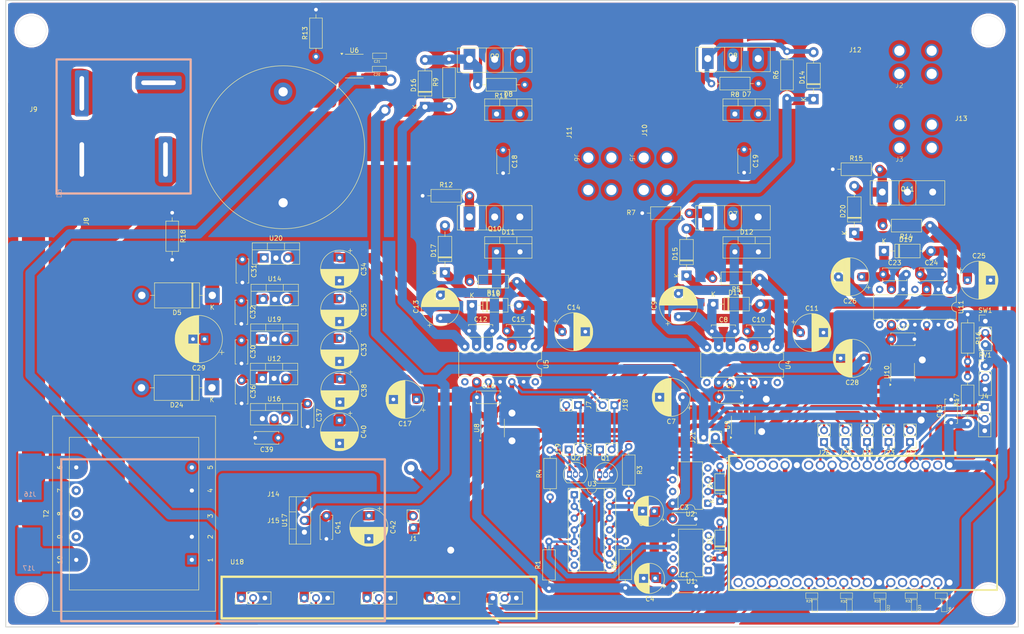
<source format=kicad_pcb>
(kicad_pcb (version 20241229) (generator "pcbnew") (generator_version "9.0")
  (layers (0 "F.Cu" signal) (2 "B.Cu" signal) (13 "F.Paste" user) (15 "B.Paste" user) (5 "F.SilkS" user "F.Silkscreen") (7 "B.SilkS" user "B.Silkscreen") (1 "F.Mask" user) (3 "B.Mask" user) (25 "Edge.Cuts" user))
  (net 0 "")
  (net 1 "+5V")
  (net 2 "GND")
  (net 3 "Net-(D13-K)")
  (net 4 "+12V")
  (net 5 "Net-(D18-K)")
  (net 6 "Net-(U6-FILTER)")
  (net 7 "DGND_Isolated")
  (net 8 "+5V_Isolated")
  (net 9 "DC_200V")
  (net 10 "Net-(D19-K)")
  (net 11 "Net-(U11-VS)")
  (net 12 "+15V")
  (net 13 "+3.3V")
  (net 14 "+3.3V_Isolated")
  (net 15 "Net-(D3-A)")
  (net 16 "H_IN")
  (net 17 "Net-(D4-A)")
  (net 18 "L_IN")
  (net 19 "Net-(D6-A)")
  (net 20 "220V_Neutral")
  (net 21 "220V_Line")
  (net 22 "Net-(D14-K)")
  (net 23 "Net-(D14-A)")
  (net 24 "Net-(D15-K)")
  (net 25 "Net-(D15-A)")
  (net 26 "Net-(D16-A)")
  (net 27 "Net-(D16-K)")
  (net 28 "Net-(D17-A)")
  (net 29 "Net-(D17-K)")
  (net 30 "Net-(D20-K)")
  (net 31 "Net-(D20-A)")
  (net 32 "Q11_Drain")
  (net 33 "S3")
  (net 34 "S1")
  (net 35 "S2")
  (net 36 "S4")
  (net 37 "S1_ISO")
  (net 38 "S3_ISO")
  (net 39 "Net-(J21-Pin_2)")
  (net 40 "S_brake_ISO")
  (net 41 "Net-(J22-Pin_1)")
  (net 42 "Net-(Q1-B)")
  (net 43 "Net-(Q2-B)")
  (net 44 "Net-(R1-Pad2)")
  (net 45 "Net-(R2-Pad2)")
  (net 46 "Net-(R3-Pad2)")
  (net 47 "Net-(R4-Pad1)")
  (net 48 "/LED")
  (net 61 "I_meas")
  (net 63 "Button3")
  (net 66 "Speed_meas")
  (net 68 "Net-(D10-A)")
  (net 69 "Button1")
  (net 70 "Button5")
  (net 71 "Net-(D21-A)")
  (net 74 "Net-(D22-A)")
  (net 75 "Net-(D23-A)")
  (net 80 "Direction")
  (net 81 "/LED_cw")
  (net 82 "Button4")
  (net 83 "/LED_ccw")
  (net 84 "Button2")
  (net 86 "S4_ISO")
  (net 87 "S2_ISO")
  (net 89 "S_brake")
  (net 96 "/LED_debug")
  (net 97 "/LED_brake")
  (net 98 "POT")
  (net 100 "Net-(U12-VI)")
  (net 101 "Net-(D24-K)")
  (net 102 "Net-(D5-A)")
  (net 103 "Net-(D24-A)")
  (net 104 "Net-(J1-Pin_2)")
  (net 105 "Current_Sense_out")
  (net 106 "S3_Drain")
  (net 107 "/S4_Drain")
  (net 108 "Net-(J19-Pin_1)")
  (net 109 "Net-(J20-Pin_1)")
  (net 110 "Net-(J23-Pin_1)")
  (net 111 "Net-(J24-Pin_1)")
  (net 112 "Net-(J25-Pin_1)")
  (net 113 "Net-(J26-Pin_1)")
  (net 114 "GNDPWR")
  (footprint "Connector_PinHeader_2.54mm:PinHeader_1x02_P2.54mm_Vertical" (layer "F.Cu") (at 163.705 117.79 -90)
    (property "Reference" "J18")
    (property "Value" "Conn_01x02_Pin")
  )
  (footprint "Package_TO_SOT_THT:TO-92_Inline" (layer "F.Cu") (at 160.503211 132.819853)
    (property "Reference" "Q1")
    (property "Value" "BC547")
  )
  (footprint "Connector_PinHeader_2.54mm:PinHeader_1x02_P2.54mm_Vertical" (layer "F.Cu") (at 213.7 125.75 180)
    (property "Reference" "J25")
    (property "Value" "Conn_01x02_Pin")
  )
  (footprint "Capacitor_THT:C_Disc_D5.0mm_W2.5mm_P5.00mm" (layer "F.Cu") (at 90.990874 124.855261 180)
    (property "Reference" "C39")
    (property "Value" "100n")
  )
  (footprint "Capacitor_THT:CP_Radial_D8.0mm_P5.00mm" (layer "F.Cu") (at 217.152651 90.03 180)
    (property "Reference" "C26")
    (property "Value" "22u")
  )
  (footprint "Resistor_THT:R_Axial_DIN0207_L6.3mm_D2.5mm_P10.16mm_Horizontal" (layer "F.Cu") (at 149.793211 137.659853 90)
    (property "Reference" "R4")
    (property "Value" "570")
  )
  (footprint "Capacitor_THT:C_Disc_D5.0mm_W2.5mm_P5.00mm" (layer "F.Cu") (at 186.277349 116.03)
    (property "Reference" "C6")
    (property "Value" "100n")
  )
  (footprint "Resistor_THT:R_Axial_DIN0207_L6.3mm_D2.5mm_P10.16mm_Horizontal" (layer "F.Cu") (at 122.22 72.5)
    (property "Reference" "R12")
    (property "Value" "1k")
  )
  (footprint "Resistor_THT:R_Axial_DIN0207_L6.3mm_D2.5mm_P10.16mm_Horizontal" (layer "F.Cu") (at 240.1 121.795789 90)
    (property "Reference" "R17")
    (property "Value" "1k")
  )
  (footprint "Capacitor_THT:C_Disc_D5.0mm_W2.5mm_P5.00mm" (layer "F.Cu") (at 223.6 103.525)
    (property "Reference" "C27")
    (property "Value" "100n")
  )
  (footprint "Package_DIP:DIP-14_W7.62mm" (layer "F.Cu") (at 198.947349 105.275 -90)
    (property "Reference" "U4")
    (property "Value" "IR2110")
  )
  (footprint "Capacitor_THT:C_Disc_D5.0mm_W2.5mm_P5.00mm" (layer "F.Cu") (at 133.945 116.085)
    (property "Reference" "C16")
    (property "Value" "100n")
  )
  (footprint "Package_TO_SOT_THT:TO-220-2_Vertical" (layer "F.Cu") (at 138.21 84.625)
    (property "Reference" "D11")
    (property "Value" "MUR860")
  )
  (footprint "Capacitor_THT:CP_Radial_D8.0mm_P5.00mm" (layer "F.Cu") (at 217.622651 107.65 180)
    (property "Reference" "C28")
    (property "Value" "100u")
  )
  (footprint "Capacitor_THT:C_Disc_D5.0mm_W2.5mm_P5.00mm" (layer "F.Cu") (at 139.63 62.6 -90)
    (property "Reference" "C18")
    (property "Value" "100n")
  )
  (footprint "Package_DIP:DIP-14_W7.62mm" (layer "F.Cu") (at 146.6 105.12 -90)
    (property "Reference" "U5")
    (property "Value" "IR2110")
  )
  (footprint "Connector_Wire:SolderWirePad_1x01_SMD_1x2mm" (layer "F.Cu") (at 89.938352 139.584036)
    (property "Reference" "J14")
    (property "Value" "Conn_01x01_Pin" (hide yes))
  )
  (footprint "Connector_PinHeader_2.54mm:PinHeader_1x02_P2.54mm_Vertical" (layer "F.Cu") (at 153.818211 127.369853 90)
    (property "Reference" "J19")
    (property "Value" "Conn_01x02_Pin")
  )
  (footprint "Capacitor_THT:C_Disc_D5.0mm_W2.5mm_P5.00mm" (layer "F.Cu") (at 83.01 95.2 -90)
    (property "Reference" "C32")
    (property "Value" "100n")
  )
  (footprint "METUPowerLab_Capacitors_Ceramics_SurfaceMounts:0603 Large" (layer "F.Cu") (at 112.05 45.5)
    (property "Reference" "C20" (hide yes))
    (property "Value" "1n" (hide yes))
  )
  (footprint "METUPowerLab_Capacitors_Ceramics_SurfaceMounts:0603 Large" (layer "F.Cu") (at 112.1 42.64)
    (property "Reference" "C21" (hide yes))
    (property "Value" "100n" (hide yes))
  )
  (footprint "Resistor_THT:R_Axial_DIN0207_L6.3mm_D2.5mm_P10.16mm_Horizontal" (layer "F.Cu") (at 240.11 98.185789 -90)
    (property "Reference" "R16")
    (property "Value" "1k")
  )
  (footprint "Connector_Wire:SolderWirePad_1x01_SMD_1x2mm" (layer "F.Cu") (at 89.938352 145.304036)
    (property "Reference" "J15")
    (property "Value" "Conn_01x01_Pin" (hide yes))
  )
  (footprint "Capacitor_THT:C_Disc_D5.0mm_W2.5mm_P5.00mm" (layer "F.Cu") (at 191.76 62.49 -90)
    (property "Reference" "C19")
    (property "Value" "100n")
  )
  (footprint "Resistor_THT:R_Axial_DIN0207_L6.3mm_D2.5mm_P10.16mm_Horizontal" (layer "F.Cu") (at 201.03 51.43 90)
    (property "Reference" "R6")
    (property "Value" "10")
  )
  (footprint "Resistor_THT:R_Axial_DIN0207_L6.3mm_D2.5mm_P10.16mm_Horizontal" (layer "F.Cu") (at 149.55 157.41 90)
    (property "Reference" "R1")
    (property "Value" "570")
  )
  (footprint "Capacitor_THT:C_Disc_D5.0mm_W2.5mm_P5.00mm" (layer "F.Cu") (at 83.04 103.77 -90)
    (property "Reference" "C30")
    (property "Value" "100n")
  )
  (footprint "Diode_THT:D_DO-41_SOD81_P10.16mm_Horizontal" (layer "F.Cu") (at 222.01 84.44)
    (property "Reference" "D19")
    (property "Value" "UF4007")
  )
  (footprint "Package_SO:SOIC-8_3.9x4.9mm_P1.27mm" (layer "F.Cu") (at 107.44 44.445)
    (property "Reference" "U6")
    (property "Value" "ACS712xLCTR-30A")
  )
  (footprint "Capacitor_THT:C_Disc_D5.0mm_W2.5mm_P5.00mm" (layer "F.Cu") (at 236.55 121.595789 90)
    (property "Reference" "C43")
    (property "Value" "100n")
  )
  (footprint "Capacitor_THT:C_Disc_D5.0mm_W2.5mm_P5.00mm" (layer "F.Cu") (at 192.377349 101.81)
    (property "Reference" "C10")
    (property "Value" "100n")
  )
  (footprint "Capacitor_THT:CP_Radial_D6.3mm_P2.50mm" (layer "F.Cu") (at 172.315 140.71 180)
    (property "Reference" "C2")
    (property "Value" "10uF")
  )
  (footprint "Resistor_THT:R_Axial_DIN0207_L6.3mm_D2.5mm_P10.16mm_Horizontal" (layer "F.Cu") (at 210.93 66.76)
    (property "Reference" "R15")
    (property "Value" "1k")
  )
  (footprint "Capacitor_THT:CP_Radial_D8.0mm_P5.00mm" (layer "F.Cu") (at 110.588352 141.681385 -90)
    (property "Reference" "C42")
    (property "Value" "22u")
  )
  (footprint "Connector_Wire:SolderWirePad_1x01_SMD_5x10mm" (layer "F.Cu") (at 238.71 59.59)
    (property "Reference" "J13")
    (property "Value" "Conn_01x01_Pin")
  )
  (footprint "Diode_THT:D_DO-41_SOD81_P10.16mm_Horizontal" (layer "F.Cu") (at 215.59 80.53 90)
    (property "Reference" "D20")
    (property "Value" "UF4007")
  )
  (footprint "METUPowerLab_Resistors_ChipResistors:0603 Medium" (layer "F.Cu") (at 227.1 159.4)
    (property "Reference" "R32" (hide yes))
    (property "Value" "10K" (hide yes))
  )
  (footprint "Resistor_THT:R_Axial_DIN0207_L6.3mm_D2.5mm_P10.16mm_Horizontal" (layer "F.Cu") (at 166.8 126.75 -90)
    (property "Reference" "R3")
    (property "Value" "570")
  )
  (footprint "Capacitor_THT:C_Disc_D5.0mm_W2.5mm_P5.00mm" (layer "F.Cu") (at 229.76 89.485)
    (property "Reference" "C24")
    (property "Value" "100n")
  )
  (footprint "Transformer_THT:Transformer_Breve_TEZ-35x42" (layer "F.Cu") (at 72.3 151.25 90)
    (property "Reference" "T2")
    (property "Value" "Transformer")
  )
  (footprint "Capacitor_THT:CP_Radial_D10.0mm_P2.50mm" (layer "F.Cu") (at 75.05 103.5 180)
    (property "Reference" "C29")
    (property "Value" "470u")
  )
  (footprint "Resistor_THT:R_Axial_DIN0207_L6.3mm_D2.5mm_P10.16mm_Horizontal" (layer "F.Cu") (at 68.05 76.17 -90)
    (property "Reference" "R18")
    (property "Value" "0")
  )
  (footprint "Package_DIP:DIP-14_W7.62mm" (layer "F.Cu") (at 236.32 92.755 -90)
    (property "Reference" "U11")
    (property "Value" "IR2110")
  )
  (footprint "Connector_PinHeader_2.54mm:PinHeader_1x03_P2.54mm_Vertical" (layer "F.Cu") (at 243.901954 109.277919)
    (property "Reference" "RV1")
    (property "Value" "R_Potentiometer")
  )
  (footprint "Diode_THT:D_DO-41_SOD81_P10.16mm_Horizontal" (layer "F.Cu") (at 122.73 53.28 90)
    (property "Reference" "D16")
    (property "Value" "UF4007")
  )
  (footprint "our_library:5 button module" (layer "F.Cu") (at 85.55 159.5)
    (property "Reference" "U18")
    (property "Value" "5 Button Module")
  )
  (footprint "Capacitor_THT:C_Disc_D5.0mm_W2.5mm_P5.00mm" (layer "F.Cu") (at 83.24 86.26 -90)
    (property "Reference" "C31")
    (property "Value" "100n")
  )
  (footprint "Connector_Wire:SolderWirePad_1x01_SMD_5x10mm" (layer "F.Cu") (at 53.3 78 90)
    (property "Reference" "J8")
    (property "Value" "Conn_01x01_Pin")
  )
  (footprint "Capacitor_THT:CP_Radial_D8.0mm_P5.00mm" (layer "F.Cu") (at 177.55 98.652651 90)
    (property "Reference" "C9")
    (property "Value" "22u")
  )
  (footprint "Package_TO_SOT_THT:TO-220-3_Vertical" (layer "F.Cu") (at 87.95 85.946113)
    (property "Reference" "U20")
    (property "Value" "LM7812_TO220")
  )
  (footprint "Resistor_THT:R_Axial_DIN0207_L6.3mm_D2.5mm_P10.16mm_Horizontal" (layer "F.Cu") (at 169.72 76.25)
    (property "Reference" "R7")
    (property "Value" "1k")
  )
  (footprint "Diode_THT:D_DO-41_SOD81_P10.16mm_Horizontal" (layer "F.Cu") (at 185.09 95.93)
    (property "Reference" "D13")
    (property "Value" "UF4007")
  )
  (footprint "Package_TO_SOT_THT:TO-247-3_Vertical" (layer "F.Cu") (at 132.35 42.98)
    (property "Reference" "Q9")
    (property "Value" "PJMH099N60EC")
  )
  (footprint "Diode_THT:D_DO-201AD_P15.24mm_Horizontal" (layer "F.Cu") (at 76.65 114.03 180)
    (property "Reference" "D24")
    (property "Value" "1N5408")
  )
  (footprint "Package_TO_SOT_THT:TO-220-3_Vertical" (layer "F.Cu") (at 87.6 103.491113)
    (property "Reference" "U19")
    (property "Value" "LM7812_TO220")
  )
  (footprint "Diode_THT:D_DO-41_SOD81_P10.16mm_Horizontal" (layer "F.Cu") (at 132.885 96.18)
    (property "Reference" "D18")
    (property "Value" "UF4007")
  )
  (footprint "Capacitor_THT:CP_Radial_D8.0mm_P5.00mm" (layer "F.Cu") (at 104.25 85.884698 -90)
    (property "Reference" "C34")
    (property "Value" "22u")
  )
  (footprint "Resistor_THT:R_Axial_DIN0207_L6.3mm_D2.5mm_P10.16mm_Horizontal" (layer "F.Cu") (at 166.05 157.33 90)
    (property "Reference" "R2")
    (property "Value" "570")
  )
  (footprint "Capacitor_THT:CP_Radial_D8.0mm_P5.00mm" (layer "F.Cu") (at 240.05 90.75)
    (property "Reference" "C25")
    (property "Value" "100u")
  )
  (footprint "Connector_PinHeader_2.54mm:PinHeader_1x02_P2.54mm_Vertical" (layer "F.Cu") (at 155.825 117.76 -90)
    (property "Reference" "J7")
    (property "Value" "Conn_01x02_Pin")
  )
  (footprint "METUPowerLab_LEDs_SurfaceMounts:0603 Medium" (layer "F.Cu") (at 228.95 161.95 90)
    (property "Reference" "D23" (hide yes))
    (property "Value" "LED" (hide yes))
  )
  (footprint "Connector_Wire:SolderWirePad_1x01_SMD_5x10mm" (layer "F.Cu") (at 174.05 58.35 90)
    (property "Reference" "J10")
    (property "Value" "Conn_01x01_Pin")
  )
  (footprint "Connector_PinHeader_2.54mm:PinHeader_1x02_P2.54mm_Vertical" (layer "F.Cu") (at 218.35 125.75 180)
    (property "Reference" "J24")
    (property "Value" "Conn_01x02_Pin")
  )
  (footprint "Capacitor_THT:C_Disc_D5.0mm_W2.5mm_P5.00mm" (layer "F.Cu") (at 97.350874 117.455261 -90)
    (property "Reference" "C37")
    (property "Value" "100n")
  )
  (footprint "METUPowerLab_LEDs_SurfaceMounts:0603 Medium" (layer "F.Cu") (at 214.95 161.95 90)
    (property "Reference" "D21" (hide yes))
    (property "Value" "LED" (hide yes))
  )
  (footprint "Capacitor_THT:C_Disc_D5.0mm_W2.5mm_P5.00mm" (layer "F.Cu") (at 176.3875 156.97)
    (property "Reference" "C1")
    (property "Value" "100n")
  )
  (footprint "Package_SO:SOIC-8_3.9x4.9mm_P1.27mm" (layer "F.Cu") (at 226.04 110.665 90)
    (property "Reference" "U10")
    (property "Value" "ADuM1200AR")
  )
  (footprint "Resistor_THT:R_Axial_DIN0207_L6.3mm_D2.5mm_P10.16mm_Horizontal" (layer "F.Cu") (at 194.86 48.23 180)
    (property "Reference" "R8")
    (property "Value" "1k")
  )
  (footprint "Package_DIP:DIP-14_W7.62mm_Socket" (layer "F.Cu") (at 155.033211 137.149853)
    (property "Reference" "U3")
    (property "Value" "74HC00")
  )
  (footprint "Capacitor_THT:CP_Radial_D8.0mm_P5.00mm" (layer "F.Cu") (at 120.9 116.55 180)
    (property "Reference" "C17")
    (property "Value" "100u")
  )
  (footprint "METUPowerLab_Resistors_ChipResistors:0603 Medium" (layer "F.Cu") (at 233.6 159.4)
    (property "Reference" "R28" (hide yes))
    (property "Value" "10K" (hide yes))
  )
  (footprint "METUPowerLab_LEDs_SurfaceMounts:0603 Medium" (layer "F.Cu") (at 222.2 161.95 90)
    (property "Reference" "D22" (hide yes))
    (property "Value" "LED" (hide yes))
  )
  (footprint "Connector_Wire:SolderWirePad_1x01_SMD_5x10mm" (layer "F.Cu") (at 157.73 58.81 90)
    (property "Reference" "J11")
    (property "Value" "Conn_01x01_Pin")
  )
  (footprint "Connector_PinHeader_2.54mm:PinHeader_1x02_P2.54mm_Vertical" (layer "F.Cu") (at 209.05 125.75 180)
    (property "Reference" "J26")
    (property "Value" "Conn_01x02_Pin" (hide yes))
  )
  (footprint "Package_DIP:DIP-8_W7.62mm" (layer "F.Cu") (at 184.0225 153.56 180)
    (property "Reference" "U1")
    (property "Value" "6N135")
  )
  (footprint "METUPowerLab_Boards_ESP32:Untitled" (layer "F.Cu") (at 170.05 64.25 -90)
    (property "Reference" "J5" (hide yes))
    (property "Value" "Screw_Terminal_01x01" (hide yes))
  )
  (footprint "Capacitor_THT:C_Disc_D5.0mm_W2.5mm_P5.00mm" (layer "F.Cu") (at 221.82 89.485)
    (property "Reference" "C23")
    (property "Value" "100n")
  )
  (footprint "METUPowerLab_LEDs_SurfaceMounts:0603 Medium" (layer "F.Cu") (at 207.45 161.95 90)
    (property "Reference" "D10" (hide yes))
    (property "Value" "LED" (hide yes))
  )
  (footprint "METUPowerLab_Boards_ESP32:ESP32_WROOM_32X" (layer "F.Cu") (at 190.47 130.76 -90)
    (property "Reference" "U7" (hide yes))
    (property "Value" "~" (hide yes))
  )
  (footprint "METUPowerLab_Resistors_ChipResistors:0603 Medium" (layer "F.Cu") (at 205.6 159.4)
    (property "Reference" "R29" (hide yes))
    (property "Value" "10K" (hide yes))
  )
  (footprint "Package_SO:SOIC-8_3.9x4.9mm_P1.27mm" (layer "F.Cu") (at 191.572349 122.095 90)
    (property "Reference" "U9")
    (property "Value" "ADuM1200AR")
  )
  (footprint "Diode_THT:D_DO-41_SOD81_P10.16mm_Horizontal" (layer "F.Cu") (at 127.05 89.08 90)
    (property "Reference" "D17")
    (property "Value" "UF4007")
  )
  (footprint "Capacitor_THT:CP_Radial_D8.0mm_P5.00mm" (layer "F.Cu") (at 126.05 99 90)
    (property "Reference" "C13")
    (property "Value" "22u")
  )
  (footprint "Connector_PinHeader_2.54mm:PinHeader_1x02_P2.54mm_Vertical" (layer "F.Cu") (at 227.65 125.75 180)
    (property "Reference" "J22")
    (property "Value" "Conn_01x02_Pin")
  )
  (footprint "Package_TO_SOT_THT:TO-220-3_Vertical" (layer "F.Cu") (at 96.643352 145.254036 90)
    (property "Reference" "U17")
    (property "Value" "LD1117S33TR_SOT223")
  )
  (footprint "Resistor_THT:R_Axial_DIN0207_L6.3mm_D2.5mm_P10.16mm_Horizontal" (layer "F.Cu") (at 195.12 90.35 180)
    (property "Reference" "R5")
    (property "Value" "10")
  )
  (footprint "Package_DIP:DIP-8_W7.62mm" (layer "F.Cu") (at 183.92 139 180)
    (property "Reference" "U2")
    (property "Value" "6N135")
  )
  (footprint "METUPowerLab_Resistors_ChipResistors:0603 Medium" (layer "F.Cu") (at 220.35 159.4)
    (property "Reference" "R31" (hide yes))
    (property "Value" "10K" (hide yes))
  )
  (footprint "Package_TO_SOT_THT:TO-220-2_Vertical" (layer "F.Cu") (at 138.21 54.815)
    (property "Reference" "D8")
    (property "Value" "MUR860")
  )
  (footprint "METUPowerLab_Resistors_ChipResistors:0603 Medium" (layer "F.Cu") (at 213.1 159.4)
    (property "Reference" "R30" (hide yes))
    (property "Value" "10K" (hide yes))
  )
  (footprint "METUPowerLab_Boards_ESP32:Untitled" (layer "F.Cu") (at 225.33 46.13)
    (property "Reference" "J2" (hide yes))
    (property "Value" "Screw_Terminal_01x01" (hide yes))
  )
  (footprint "Connector_PinHeader_2.54mm:PinHeader_1x02_P2.54mm_Vertical" (layer "F.Cu") (at 183.01 124.75 90)
    (property "Reference" "J21")
    (property "Value" "Conn_01x02_Pin")
  )
  (footprint "our_library:1500uF" (layer "F.Cu") (at 92.05 67 90)
    (property "Reference" "C22" (hide yes))
    (property "Value" "1500u" (hide yes))
  )
  (footprint "Package_SO:SOIC-8_3.9x4.9mm_P1.27mm" (layer "F.Cu") (at 137.34 122.735 90)
    (property "Reference" "U8")
    (property "Value" "ADuM1200AR")
  )
  (footprint "Package_TO_SOT_THT:TO-247-3_Vertical" (layer "F.Cu") (at 183.9 77.07)
    (property "Reference" "Q7")
    (property "Value" "PJMH099N60EC")
  )
  (footprint "Diode_THT:D_DO-35_SOD27_P7.62mm_Horizontal" (layer "F.Cu") (at 186.55 138.56 90)
    (property "Reference" "D4")
    (property "Value" "1N4148")
  )
  (footprint "Diode_THT:D_DO-35_SOD27_P7.62mm_Horizontal" (layer "F.Cu") (at 186.55 150.75 90)
    (property "Reference" "D3")
    (property "Value" "1N4148")
  )
  (footprint "Capacitor_THT:C_Disc_D5.0mm_W2.5mm_P5.00mm" (layer "F.Cu") (at 184.777349 101.81)
    (property "Reference" "C8")
    (property "Value" "100n")
  )
  (footprint "Package_TO_SOT_THT:TO-247-3_Vertical" (layer "F.Cu") (at 221.64 71.69)
    (property "Reference" "Q11")
    (property "Value" "PJMH099N60EC")
  )
  (footprint "Diode_THT:D_DO-41_SOD81_P10.16mm_Horizontal" (layer "F.Cu") (at 179.3 89.75 90)
    (property "Reference" "D15")
    (property "Value" "UF4007")
  )
  (footprint "Resistor_THT:R_Axial_DIN0207_L6.3mm_D2.5mm_P10.16mm_Horizontal" (layer "F.Cu") (at 231.95 78.95 180)
    (property "Reference" "R14")
    (property "Value" "10")
  )
  (footprint "Capacitor_THT:CP_Radial_D8.0mm_P5.00mm" (layer "F.Cu") (at 104.27 103.327349 -90)
    (property "Reference" "C33")
    (property "Value" "22u")
  )
  (footprint "Capacitor_THT:CP_Radial_D8.0mm_P5.00mm" (layer "F.Cu") (at 178.482651 116.08 180)
    (property "Reference" "C7")
    (property "Value" "100u")
  )
  (footprint "Diode_THT:D_DO-41_SOD81_P10.16mm_Horizontal" (layer "F.Cu") (at 206.77 51.6 90)
    (property "Reference" "D14")
    (property "Value" "UF4007")
  )
  (footprint "Capacitor_THT:CP_Radial_D8.0mm_P5.00mm" (layer "F.Cu") (at 104.24 121.05 -90)
    (property "Reference" "C40")
    (property "Value" "22u")
  )
  (footprint "Package_TO_SOT_THT:TO-220-2_Vertical" (layer "F.Cu") (at 189.76 54.815)
    (property "Reference" "D7")
    (property "Value" "MUR860")
  )
  (footprint "Package_TO_SOT_THT:TO-220-2_Vertical" (layer "F.Cu") (at 189.76 84.625)
    (property "Reference" "D12")
    (property "Value" "MUR860")
  )
  (footprint "Resistor_THT:R_Axial_DIN0207_L6.3mm_D2.5mm_P10.16mm_Horizontal" (layer "F.Cu") (at 99.15 42.4 90)
    (property "Reference" "R13")
    (property "Value" "27k")
  )
  (footprint "Connector_Wire:SolderWirePad_1x01_SMD_5x10mm" (layer "F.Cu") (at 38.05 50 180)
    (property "Reference" "J9")
    (property "Value" "Conn_01x01_Pin")
  )
  (footprint "METUPowerLab_LEDs_SurfaceMounts:0603 Medium" (layer "F.Cu") (at 235.45 161.95 90)
    (property "Reference" "D6" (hide yes))
    (property "Value" "LED" (hide yes))
  )
  (footprint "Package_TO_SOT_THT:TO-220-3_Vertical" (layer "F.Cu") (at 87.560874 120.700261)
    (property "Reference" "U16")
    (property "Value" "LD1117S33TR_SOT223")
  )
  (footprint "METUPowerLab_Boards_ESP32:Untitled" (layer "F.Cu") (at 158.05 64.25 -90)
    (property "Reference" "J6" (hide yes))
    (property "Value" "Screw_Terminal_01x01" (hide yes))
  )
  (footprint "Capacitor_THT:C_Disc_D5.0mm_W2.5mm_P5.00mm" (layer "F.Cu") (at 140.435 101.725)
    (property "Reference" "C15")
    (property "Value" "100n")
  )
  (footprint "Connector_PinHeader_2.54mm:PinHeader_1x03_P2.54mm_Vertical" (layer "F.Cu") (at 243.8 118.225)
    (property "Reference" "J4")
    (property "Value" "Conn_01x03_Pin")
  )
  (footprint "Capacitor_THT:CP_Radial_D8.0mm_P5.00mm" (layer "F.Cu") (at 104.27 94.707349 -90)
    (property "Reference" "C35")
    (property "Value" "22u")
  )
  (footprint "Package_TO_SOT_THT:TO-220-3_Vertical" (layer "F.Cu") (at 87.69 94.906113)
    (property "Reference" "U14")
    (property "Value" "LM7815_TO220")
  )
  (footprint "Package_TO_SOT_THT:TO-220-3_Vertical" (layer "F.Cu") (at 87.55 112)
    (property "Reference" "U12")
    (property "Value" "LM7805_TO220")
  )
  (footprint "Capacitor_THT:CP_Radial_D8.0mm_P5.00mm" (layer "F.Cu") (at 203.917349 102.09)
    (property "Reference" "C11")
    (property "Value" "100u")
  )
  (footprint "Connector_Wire:SolderWirePad_1x01_SMD_5x10mm" (layer "F.Cu") (at 215.8 44.75)
    (property "Reference" "J12")
    (property "Value" "Conn_01x01_Pin")
  )
  (footprint "Capacitor_THT:C_Disc_D5.0mm_W2.5mm_P5.00mm" (layer "F.Cu") (at 101.408352 141.714036 -90)
    (property "Reference" "C41")
    (property "Value" "100n")
  )
  (footprint "Resistor_THT:R_Axial_DIN0207_L6.3mm_D2.5mm_P10.16mm_Horizontal" (layer "F.Cu") (at 142.6 91.07 180)
    (property "Reference" "R10")
    (property "Value" "10")
  )
  (footprint "Diode_THT:D_DO-201AD_P15.24mm_Horizontal" (layer "F.Cu") (at 76.72 94.04 180)
    (property "Reference" "D5")
    (property "Value" "1N5408")
  )
  (footprint "Capacitor_THT:C_Disc_D5.0mm_W2.5mm_P5.00mm" (layer "F.Cu") (at 83.06 112.41 -90)
    (property "Reference" "C36")
    (property "Value" "100n")
  )
  (footprint "Resistor_THT:R_Axial_DIN0207_L6.3mm_D2.5mm_P10.16mm_Horizontal" (layer "F.Cu") (at 127.93 53.11 90)
    (property "Reference" "R9")
    (property "Value" "10")
  )
  (footprint "Capacitor_THT:CP_Radial_D6.3mm_P2.50mm" (layer "F.Cu") (at 172.5175 155.25 180)
    (property "Reference" "C4")
    (property "Value" "10uF")
  )
  (footprint "Connector_PinHeader_2.54mm:PinHeader_1x02_P2.54mm_Vertical" (layer "F.Cu") (at 160.578211 127.369853 90)
    (property "Reference" "J20")
    (property "Value" "Conn_01x02_Pin")
  )
  (footprint "Capacitor_THT:CP_Radial_D8.0mm_P5.00mm" (layer "F.Cu") (at 152.407349 101.9)
    (property "Reference" "C14")
    (property "Value" "100u")
  )
  (footprint "Package_TO_SOT_THT:TO-247-3_Vertical" (layer "F.Cu") (at 132.35 77.07)
    (property "Reference" "Q10")
    (property "Value" "PJMH099N60EC")
  )
  (footprint "Capacitor_THT:C_Disc_D5.0mm_W2.5mm_P5.00mm" (layer "F.Cu") (at 176.305 142.39)
    (property "Reference" "C3")
    (property "Value" "100n")
  )
  (footprint "Connector_PinHeader_2.54mm:PinHeader_1x03_P2.54mm_Vertical" (layer "F.Cu") (at 243.931954 99.617919)
    (property "Reference" "SW1")
    (property "Value" "SW_Nidec_CAS-120A1")
  )
  (footprint "Connector_PinHeader_2.54mm:PinHeader_1x02_P2.54mm_Vertical" (layer "F.Cu") (at 120.188352 144.314036 180)
    (property "Reference" "J1")
    (property "Value" "Conn_01x02_Pin")
  )
  (footprint "Package_TO_SOT_THT:TO-92_Inline" (layer "F.Cu") (at 154.003211 132.739853)
    (property "Reference" "Q2")
    (property "Value" "BC547")
  )
  (footprint "Connector_PinHeader_2.54mm:PinHeader_1x02_P2.54mm_Vertical" (layer "F.Cu") (at 223 125.75 180)
    (property "Reference" "J23")
    (property "Value" "Conn_01x02_Pin")
  )
  (footprint "Resistor_THT:R_Axial_DIN0207_L6.3mm_D2.5mm_P10.16mm_Horizontal" (layer "F.Cu") (at 144.3 48.48 180)
    (property "Reference" "R11")
    (property "Value" "1k")
  )
  (footprint "METUPowerLab_Boards_ESP32:Untitled" (layer "F.Cu") (at 225.36 62.12)
    (property "Reference" "J3" (hide yes))
    (property "Value" "Screw_Terminal_01x01" (hide yes))
  )
  (footprint "Capacitor_THT:CP_Radial_D8.0mm_P5.00mm" (layer "F.Cu") (at 104.32 112.137349 -90)
    (property "Reference" "C38")
    (property "Value" "22u")
  )
  (footprint "Package_TO_SOT_THT:TO-247-3_Vertical" (layer "F.Cu") (at 183.9 42.82)
    (property "Reference" "Q8")
    (property "Value" "PJMH099N60EC")
  )
  (footprint "Capacitor_THT:C_Disc_D5.0mm_W2.5mm_P5.00mm" (layer "F.Cu") (at 132.275 101.725)
    (property "Reference" "C12")
    (property "Value" "100n")
  )
  (footprint "KBPC3510FP:KBPC3510FP" (layer "B.Cu") (at 43.05 72 90)
    (property "Reference" "D9")
    (property "Value" "*")
  )
  (footprint "Connector_Wire:SolderWirePad_1x01_SMD_5x10mm" (layer "B.Cu") (at 37.3 133.25)
    (property "Reference" "J16")
    (property "Value" "Conn_01x01_Pin")
  )
  (footprint "Connector_Wire:SolderWirePad_1x01_SMD_5x10mm" (layer "B.Cu") (at 37.05 149.25)
    (property "Reference" "J17")
    (property "Value" "Conn_01x01_Pin")
  )
  (gr_rect (start 44.05 129.5) (end 114.05 164.5) (stroke (width 0.5)) (fill no) (layer "B.SilkS"))
  (gr_circle (center 244.6 36.75) (end 247.8 36.75) (stroke (width 0.05)) (fill no) (layer "Edge.Cuts"))
  (gr_rect (start 32.05 30.25) (end 251.05 165.75) (stroke (width 0.2)) (fill no) (layer "Edge.Cuts"))
  (gr_circle (center 37.6 36.75) (end 40.8 36.75) (stroke (width 0.05)) (fill no) (layer "Edge.Cuts"))
  (gr_circle (center 37.6 159.75) (end 40.8 159.75) (stroke (width 0.05)) (fill no) (layer "Edge.Cuts"))
  (gr_circle (center 244.6 159.75) (end 247.8 159.75) (stroke (width 0.05)) (fill no) (layer "Edge.Cuts"))
  (segment (start 219.475 107.65) (end 223.6 103.525) (width 2) (layer "F.Cu") (net 1))
  (segment (start 92.640874 120.700261) (end 92.640874 118.005261) (width 2) (layer "F.Cu") (net 1))
  (segment (start 172.315 155.0475) (end 172.5175 155.25) (width 2) (layer "F.Cu") (net 1))
  (segment (start 92.63 112) (end 92.77 112.14) (width 2) (layer "F.Cu") (net 1))
  (segment (start 133.93 116.07) (end 133.945 116.085) (width 2) (layer "F.Cu") (net 1))
  (segment (start 104.32 112.137349) (end 118.587349 112.137349) (width 2) (layer "F.Cu") (net 1))
  (segment (start 176.3875 156.97) (end 174.7125 155.295) (width 2) (layer "F.Cu") (net 1))
  (segment (start 223.62 103.505) (end 223.6 103.525) (width 2) (layer "F.Cu") (net 1))
  (segment (start 133.945 112.785) (end 133.9 112.74) (width 2) (layer "F.Cu") (net 1))
  (segment (start 176.3 139) (end 174.625 140.675) (width 2) (layer "F.Cu") (net 1))
  (segment (start 186.277349 116.03) (end 178.532651 116.03) (width 2) (layer "F.Cu") (net 1))
  (segment (start 174.7125 155.25) (end 176.4025 153.56) (width 2) (layer "F.Cu") (net 1))
  (segment (start 186.277349 117.577349) (end 188.32 119.62) (width 1) (layer "F.Cu") (net 1))
  (segment (start 174.7125 155.295) (end 174.7125 155.25) (width 2) (layer "F.Cu") (net 1))
  (segment (start 133.945 118.77) (end 135.435 120.26) (width 1) (layer "F.Cu") (net 1))
  (segment (start 133.945 116.085) (end 133.945 118.77) (width 1) (layer "F.Cu") (net 1))
  (segment (start 172.315 140.71) (end 172.315 155.0475) (width 2) (layer "F.Cu") (net 1))
  (segment (start 223.6 107.655) (end 224.135 108.19) (width 1) (layer "F.Cu") (net 1))
  (segment (start 172.5175 155.25) (end 174.7125 155.25) (width 2) (layer "F.Cu") (net 1))
  (segment (start 223.6 103.525) (end 223.6 107.655) (width 1) (layer "F.Cu") (net 1))
  (segment (start 223.62 100.375) (end 223.62 103.505) (width 2) (layer "F.Cu") (net 1))
  (segment (start 92.640874 118.005261) (end 93.190874 117.455261) (width 2) (layer "F.Cu") (net 1))
  (segment (start 104.182651 112) (end 92.63 112) (width 2) (layer "F.Cu") (net 1))
  (segment (start 93.190874 117.455261) (end 97.350874 117.455261) (width 2) (layer "F.Cu") (net 1))
  (segment (start 174.625 140.71) (end 176.305 142.39) (width 2) (layer "F.Cu") (net 1))
  (segment (start 186.277349 116.03) (end 186.277349 117.577349) (width 1) (layer "F.Cu") (net 1))
  (segment (start 186.247349 116) (end 186.277349 116.03) (width 2) (layer "F.Cu") (net 1))
  (segment (start 217.622651 107.65) (end 219.475 107.65) (width 2) (layer "F.Cu") (net 1))
  (segment (start 133.945 116.085) (end 133.945 112.785) (width 2) (layer "F.Cu") (net 1))
  (segment (start 118.587349 112.137349) (end 120.9 114.45) (width 2) (layer "F.Cu") (net 1))
  (segment (start 178.532651 116.03) (end 178.482651 116.08) (width 2) (layer "F.Cu") (net 1))
  (segment (start 121.38 116.07) (end 133.93 116.07) (width 2) (layer "F.Cu") (net 1))
  (segment (start 172.315 140.71) (end 174.625 140.71) (width 2) (layer "F.Cu") (net 1))
  (segment (start 104.32 112.137349) (end 104.182651 112) (width 2) (layer "F.Cu") (net 1))
  (segment (start 120.9 116.55) (end 121.38 116.07) (width 2) (layer "F.Cu") (net 1))
  (segment (start 174.625 140.675) (end 174.625 140.71) (width 2) (layer "F.Cu") (net 1))
  (segment (start 186.247349 112.895) (end 186.247349 116) (width 2) (layer "F.Cu") (net 1))
  (segment (start 188.32 119.62) (end 189.667349 119.62) (width 1) (layer "F.Cu") (net 1))
  (segment (start 120.9 114.45) (end 120.9 116.55) (width 2) (layer "F.Cu") (net 1))
  (segment (start 92.63 117.994387) (end 92.640874 118.005261) (width 2) (layer "F.Cu") (net 1))
  (segment (start 92.63 112) (end 92.63 117.994387) (width 2) (layer "F.Cu") (net 1))
  (segment (start 217.622651 107.65) (end 215.522651 109.75) (width 2) (layer "B.Cu") (net 1))
  (segment (start 215.522651 109.75) (end 189.622684 109.75) (width 2) (layer "B.Cu") (net 1))
  (segment (start 166.05 157.33) (end 166.72 158) (width 2) (layer "B.Cu") (net 1))
  (segment (start 166.72 158) (end 175.3575 158) (width 2) (layer "B.Cu") (net 1))
  (segment (start 175.3575 158) (end 176.3875 156.97) (width 2) (layer "B.Cu") (net 1))
  (segment (start 133.945 141.805) (end 149.55 157.41) (width 2) (layer "B.Cu") (net 1))
  (segment (start 179.05 116.647349) (end 179.05 137.38137) (width 2) (layer "B.Cu") (net 1))
  (segment (start 166.05 157.33) (end 149.63 157.33) (width 2) (layer "B.Cu") (net 1))
  (segment (start 177.43137 139) (end 176.3 139) (width 2) (layer "B.Cu") (net 1))
  (segment (start 186.247349 112.605158) (end 186.247349 112.895) (width 2) (layer "B.Cu") (net 1))
  (segment (start 188.571684 110.801) (end 188.051507 110.801) (width 2) (layer "B.Cu") (net 1))
  (segment (start 178.482651 116.08) (end 179.05 116.647349) (width 2) (layer "B.Cu") (net 1))
  (segment (start 149.63 157.33) (end 149.55 157.41) (width 2) (layer "B.Cu") (net 1))
  (segment (start 189.622684 109.75) (end 188.571684 110.801) (width 2) (layer "B.Cu") (net 1))
  (segment (start 179.05 137.38137) (end 177.43137 139) (width 2) (layer "B.Cu") (net 1))
  (segment (start 188.051507 110.801) (end 186.247349 112.605158) (width 2) (layer "B.Cu") (net 1))
  (segment (start 133.945 116.085) (end 133.945 141.805) (width 2) (layer "B.Cu") (net 1))
  (segment (start 195.8 116.5) (end 196.55 116.5) (width 1) (layer "F.Cu") (net 2))
  (segment (start 139.245 120.26) (end 140.79 120.26) (width 1) (layer "F.Cu") (net 2))
  (segment (start 193.477349 118.822651) (end 195.8 116.5) (width 1) (layer "F.Cu") (net 2))
  (segment (start 227.945 108.19) (end 230.11 108.19) (width 1) (layer "F.Cu") (net 2))
  (segment (start 140.79 120.26) (end 141.55 119.5) (width 1) (layer "F.Cu") (net 2))
  (segment (start 230.11 108.19) (end 230.3 108) (width 1) (layer "F.Cu") (net 2))
  (segment (start 193.477349 119.62) (end 193.477349 118.822651) (width 1) (layer "F.Cu") (net 2))
  (via (at 141.55 119.5) (size 2.5) (drill 1.5) (layers "F.Cu" "B.Cu") (net 2))
  (via (at 196.55 116.5) (size 2.5) (drill 1.5) (layers "F.Cu" "B.Cu") (net 2))
  (via (at 230.3 108) (size 2.5) (drill 1.5) (layers "F.Cu" "B.Cu") (net 2))
  (segment (start 181.62 98.652651) (end 184.777349 101.81) (width 2) (layer "B.Cu") (net 3))
  (segment (start 186.247349 103.28) (end 186.247349 105.275) (width 2) (layer "B.Cu") (net 3))
  (segment (start 184.777349 101.81) (end 186.247349 103.28) (width 2) (layer "B.Cu") (net 3))
  (segment (start 177.55 98.652651) (end 181.62 98.652651) (width 2) (layer "B.Cu") (net 3))
  (segment (start 184.777349 101.81) (end 184.777349 96.242651) (width 2) (layer "B.Cu") (net 3))
  (segment (start 184.777349 96.242651) (end 185.09 95.93) (width 2) (layer "B.Cu") (net 3))
  (segment (start 128.28 96.48) (end 130.76 98.96) (width 2) (layer "F.Cu") (net 4))
  (segment (start 104.25 85.884698) (end 104.115302 85.75) (width 2) (layer "F.Cu") (net 4))
  (segment (start 197.757349 95.93) (end 203.917349 102.09) (width 2) (layer "F.Cu") (net 4))
  (segment (start 192.377349 101.81) (end 192.377349 98.802651) (width 2) (layer "F.Cu") (net 4))
  (segment (start 130.76 98.96) (end 140.39 98.96) (width 2) (layer "F.Cu") (net 4))
  (segment (start 146.687349 96.18) (end 152.407349 101.9) (width 2) (layer "F.Cu") (net 4))
  (segment (start 104.25 85.884698) (end 111.004698 85.884698) (width 2) (layer "F.Cu") (net 4))
  (segment (start 195.25 95.93) (end 229.19637 95.93) (width 2) (layer "F.Cu") (net 4))
  (segment (start 192.377349 98.802651) (end 192.949 98.231) (width 2) (layer "F.Cu") (net 4))
  (segment (start 193.867349 103.3) (end 192.377349 101.81) (width 2) (layer "F.Cu") (net 4))
  (segment (start 141.52 105.12) (end 141.52 102.81) (width 2) (layer "F.Cu") (net 4))
  (segment (start 148.738349 98.231) (end 146.687349 96.18) (width 2) (layer "F.Cu") (net 4))
  (segment (start 231.24 90.965) (end 229.76 89.485) (width 2) (layer "F.Cu") (net 4))
  (segment (start 146.757349 96.25) (end 146.687349 96.18) (width 2) (layer "F.Cu") (net 4))
  (segment (start 231.24 92.755) (end 231.24 90.965) (width 2) (layer "F.Cu") (net 4))
  (segment (start 143.045 98.785) (end 142.915 98.915) (width 1) (layer "F.Cu") (net 4))
  (segment (start 229.19637 95.93) (end 231.24 93.88637) (width 2) (layer "F.Cu") (net 4))
  (segment (start 193.867349 105.275) (end 193.867349 103.3) (width 2) (layer "F.Cu") (net 4))
  (segment (start 111.004698 85.884698) (end 121.6 96.48) (width 2) (layer "F.Cu") (net 4))
  (segment (start 141.52 102.81) (end 140.435 101.725) (width 2) (layer "F.Cu") (net 4))
  (segment (start 140.435 98.915) (end 140.435 101.725) (width 2) (layer "F.Cu") (net 4))
  (segment (start 229.76 86.85) (end 232.17 84.44) (width 2) (layer "F.Cu") (net 4))
  (segment (start 183.1 99.05) (end 180.3 96.25) (width 2) (layer "F.Cu") (net 4))
  (segment (start 195.25 95.93) (end 197.757349 95.93) (width 2) (layer "F.Cu") (net 4))
  (segment (start 93.226113 85.75) (end 93.03 85.946113) (width 2) (layer "F.Cu") (net 4))
  (segment (start 192.13 99.05) (end 183.1 99.05) (width 2) (layer "F.Cu") (net 4))
  (segment (start 143.045 96.18) (end 143.045 98.785) (width 2) (layer "F.Cu") (net 4))
  (segment (start 195.25 95.93) (end 192.949 98.231) (width 2) (layer "F.Cu") (net 4))
  (segment (start 240.05 88.842651) (end 240.05 90.75) (width 2) (layer "F.Cu") (net 4))
  (segment (start 146.687349 96.18) (end 149.557349 99.05) (width 2) (layer "F.Cu") (net 4))
  (segment (start 142.915 98.915) (end 140.435 98.915) (width 2) (layer "F.Cu") (net 4))
  (segment (start 143.045 96.18) (end 146.687349 96.18) (width 2) (layer "F.Cu") (net 4))
  (segment (start 235.647349 84.44) (end 240.05 88.842651) (width 2) (layer "F.Cu") (net 4))
  (segment (start 104.115302 85.75) (end 93.226113 85.75) (width 2) (layer "F.Cu") (net 4))
  (segment (start 195.25 95.93) (end 192.13 99.05) (width 2) (layer "F.Cu") (net 4))
  (segment (start 121.6 96.48) (end 128.28 96.48) (width 2) (layer "F.Cu") (net 4))
  (segment (start 140.39 98.96) (end 140.435 98.915) (width 2) (layer "F.Cu") (net 4))
  (segment (start 229.76 89.485) (end 229.76 86.85) (width 2) (layer "F.Cu") (net 4))
  (segment (start 231.24 93.88637) (end 231.24 92.755) (width 2) (layer "F.Cu") (net 4))
  (segment (start 180.3 96.25) (end 146.757349 96.25) (width 2) (layer "F.Cu") (net 4))
  (segment (start 232.17 84.44) (end 235.647349 84.44) (width 2) (layer "F.Cu") (net 4))
  (segment (start 132.23 101.77) (end 132.275 101.725) (width 2) (layer "F.Cu") (net 5))
  (segment (start 132.885 96.18) (end 132.885 101.115) (width 2) (layer "B.Cu") (net 5))
  (segment (start 132.885 101.115) (end 132.275 101.725) (width 2) (layer "B.Cu") (net 5))
  (segment (start 133.9 105.12) (end 133.9 103.35) (width 2) (layer "B.Cu") (net 5))
  (segment (start 126.05 99) (end 129.55 99) (width 2) (layer "B.Cu") (net 5))
  (segment (start 133.9 103.35) (end 132.275 101.725) (width 2) (layer "B.Cu") (net 5))
  (segment (start 129.55 99) (end 132.275 101.725) (width 2) (layer "B.Cu") (net 5))
  (segment (start 111.94 45.08) (end 111.96 45.1) (width 1) (layer "F.Cu") (net 6))
  (segment (start 111.96 45.1) (end 112.05 45.1) (width 1) (layer "F.Cu") (net 6))
  (segment (start 109.915 45.08) (end 111.94 45.08) (width 1) (layer "F.Cu") (net 6))
  (segment (start 113.65 45.1) (end 113.75 45.2) (width 1) (layer "F.Cu") (net 7))
  (segment (start 193.477349 124.57) (end 194.48 124.57) (width 1) (layer "F.Cu") (net 7))
  (segment (start 139.3 126.25) (end 141.05 126.25) (width 1) (layer "F.Cu") (net 7))
  (segment (start 229.55 120.5) (end 229.55 114.745) (width 1) (layer "F.Cu") (net 7))
  (segment (start 194.48 124.57) (end 195.55 123.5) (width 1) (layer "F.Cu") (net 7))
  (segment (start 112.05 46.300999) (end 112.000999 46.35) (width 1) (layer "F.Cu") (net 7))
  (segment (start 141.55 125.75) (end 141.55 125.5) (width 1) (layer "F.Cu") (net 7))
  (segment (start 139.245 125.21) (end 139.245 126.195) (width 1) (layer "F.Cu") (net 7))
  (segment (start 217.8 159.31) (end 217.8 161.8) (width 0.5) (layer "F.Cu") (net 7))
  (segment (start 229.55 114.745) (end 227.945 113.14) (width 1) (layer "F.Cu") (net 7))
  (segment (start 112.800001 46.301) (end 112.8 46.300999) (width 1) (layer "F.Cu") (net 7))
  (segment (start 141.05 126.25) (end 141.55 125.75) (width 1) (layer "F.Cu") (net 7))
  (segment (start 113.75 45.2) (end 113.75 45.95) (width 1) (layer "F.Cu") (net 7))
  (segment (start 229.305 114.5) (end 227.945 113.14) (width 0.8) (layer "F.Cu") (net 7))
  (segment (start 234.454211 114.5) (end 229.305 114.5) (width 0.8) (layer "F.Cu") (net 7))
  (segment (start 236.55 116.595789) (end 234.454211 114.5) (width 0.8) (layer "F.Cu") (net 7))
  (segment (start 115.3 47.5) (end 114.101 46.301) (width 1) (layer "F.Cu") (net 7))
  (segment (start 207.05 161.8) (end 217.8 161.8) (width 0.5) (layer "F.Cu") (net 7))
  (segment (start 115.3 47.5) (end 114.05 46.25) (width 1) (layer "F.Cu") (net 7))
  (segment (start 113.7 42.24) (end 113.7 45.05) (width 1) (layer "F.Cu") (net 7))
  (segment (start 220.95 156.16) (end 217.8 159.31) (width 0.5) (layer "F.Cu") (net 7))
  (segment (start 89.938352 145.304036) (end 96.593352 145.304036) (width 2) (layer "F.Cu") (net 7))
  (segment (start 113.7 45.05) (end 113.65 45.1) (width 1) (layer "F.Cu") (net 7))
  (segment (start 217.8 161.8) (end 235.05 161.8) (width 0.5) (layer "F.Cu") (net 7))
  (segment (start 114.101 46.301) (end 112.800001 46.301) (width 1) (layer "F.Cu") (net 7))
  (segment (start 236.19 161.11) (end 236.19 156.16) (width 0.5) (layer "F.Cu") (net 7))
  (segment (start 230.05 121) (end 229.55 120.5) (width 1) (layer "F.Cu") (net 7))
  (segment (start 113.75 45.95) (end 115.3 47.5) (width 1) (layer "F.Cu") (net 7))
  (segment (start 112.8 46.300999) (end 112.05 46.300999) (width 1) (layer "F.Cu") (net 7))
  (segment (start 235.05 161.8) (end 235.5 161.8) (width 0.5) (layer "F.Cu") (net 7))
  (segment (start 235.5 161.8) (end 236.19 161.11) (width 0.5) (layer "F.Cu") (net 7))
  (segment (start 139.245 126.195) (end 139.3 126.25) (width 1) (layer "F.Cu") (net 7))
  (segment (start 112.000999 46.35) (end 109.915 46.35) (width 1) (layer "F.Cu") (net 7))
  (segment (start 96.593352 145.304036) (end 96.643352 145.254036) (width 2) (layer "F.Cu") (net 7))
  (via (at 230.05 121) (size 2.5) (drill 1.5) (layers "F.Cu" "B.Cu") (net 7))
  (via (at 141.55 125.5) (size 2.5) (drill 1.5) (layers "F.Cu" "B.Cu") (net 7))
  (via (at 128.3 149.15) (size 3) (drill 1.5) (layers "F.Cu" "B.Cu") (net 7))
  (via (at 115.3 47.5) (size 2.5) (drill 1.5) (layers "F.Cu" "B.Cu") (net 7))
  (via (at 195.55 123.5) (size 2.5) (drill 1.5) (layers "F.Cu" "B.Cu") (net 7))
  (segment (start 45.8 80.75) (end 37.3 89.25) (width 2) (layer "B.Cu") (net 7))
  (segment (start 90.804036 145.254036) (end 96.643352 145.254036) (width 2) (layer "B.Cu") (net 7))
  (segment (start 76.05 141.5) (end 79.8 145.25) (width 2) (layer "B.Cu") (net 7))
  (segment (start 73.8 80.75) (end 45.8 80.75) (width 2) (layer "B.Cu") (net 7))
  (segment (start 115.3 47.5) (end 107.05 47.5) (width 2) (layer "B.Cu") (net 7))
  (segment (start 90.8 145.25) (end 90.804036 145.254036) (width 2) (layer "B.Cu") (net 7))
  (segment (start 37.3 111.3) (end 67.5 141.5) (width 2) (layer "B.Cu") (net 7))
  (segment (start 107.05 47.5) (end 73.8 80.75) (width 2) (layer "B.Cu") (net 7))
  (segment (start 79.8 145.25) (end 90.8 145.25) (width 2) (layer "B.Cu") (net 7))
  (segment (start 67.5 141.5) (end 76.05 141.5) (width 2) (layer "B.Cu") (net 7))
  (segment (start 96.589316 145.2) (end 96.643352 145.254036) (width 2) (layer "B.Cu") (net 7))
  (segment (start 37.3 89.25) (end 37.3 111.3) (width 2) (layer "B.Cu") (net 7))
  (segment (start 118.05 42.5) (end 118.05 50) (width 1) (layer "F.Cu") (net 8))
  (segment (start 118.05 50) (end 114.05 54) (width 1) (layer "F.Cu") (net 8))
  (segment (start 111.8 42.54) (end 112.1 42.24) (width 1) (layer "F.Cu") (net 8))
  (segment (start 112.1 42.24) (end 112.1 40.95) (width 1) (layer "F.Cu") (net 8))
  (segment (start 112.1 40.95) (end 113.05 40) (width 1) (layer "F.Cu") (net 8))
  (segment (start 115.55 40) (end 118.05 42.5) (width 1) (layer "F.Cu") (net 8))
  (segment (start 89.938352 139.584036) (end 96.053352 139.584036) (width 2) (layer "F.Cu") (net 8))
  (segment (start 113.05 40) (end 115.55 40) (width 1) (layer "F.Cu") (net 8))
  (segment (start 109.915 42.54) (end 111.8 42.54) (width 1) (layer "F.Cu") (net 8))
  (segment (start 96.053352 139.584036) (end 96.643352 140.174036) (width 2) (layer "F.Cu") (net 8))
  (via (at 114.05 54) (size 2.5) (drill 1.5) (layers "F.Cu" "B.Cu") (net 8))
  (via (at 119.7 131.4) (size 3) (drill 1.5) (layers "F.Cu" "B.Cu") (net 8))
  (segment (start 124.15 135.15) (end 127.05 132.25) (width 2) (layer "B.Cu") (net 8))
  (segment (start 121.3 138) (end 124.15 135.15) (width 2) (layer "B.Cu") (net 8))
  (segment (start 114.05 54) (end 112.05 56) (width 2) (layer "B.Cu") (net 8))
  (segment (start 242.325 118.225) (end 242.05 118.5) (width 0.8) (layer "B.Cu") (net 8))
  (segment (start 125.8 112.25) (end 127.05 113.5) (width 2) (layer "B.Cu") (net 8))
  (segment (start 187.8 118.5) (end 183.01 123.29) (width 0.8) (layer "B.Cu") (net 8))
  (segment (start 124.15 135.15) (end 123.45 135.15) (width 2) (layer "B.Cu") (net 8))
  (segment (start 112.05 102.25) (end 122.05 112.25) (width 2) (layer "B.Cu") (net 8))
  (segment (start 243.8 118.225) (end 242.325 118.225) (width 0.8) (layer "B.Cu") (net 8))
  (segment (start 183.01 117.21) (end 183.01 124.75) (width 2) (layer "B.Cu") (net 8))
  (segment (start 112.05 56) (end 112.05 102.25) (width 2) (layer "B.Cu") (net 8))
  (segment (start 112.3 138) (end 121.3 138) (width 2) (layer "B.Cu") (net 8))
  (segment (start 127.05 132.25) (end 127.05 113.5) (width 2) (layer "B.Cu") (net 8))
  (segment (start 125.8 112.25) (end 128.05 110) (width 2) (layer "B.Cu") (net 8))
  (segment (start 123.45 135.15) (end 119.7 131.4) (width 2) (layer "B.Cu") (net 8))
  (segment (start 183.01 123.29) (end 183.01 124.75) (width 0.8) (layer "B.Cu") (net 8))
  (segment (start 96.643352 140.174036) (end 98.817388 138) (width 2) (layer "B.Cu") (net 8))
  (segment (start 175.8 110) (end 183.01 117.21) (width 2) (layer "B.Cu") (net 8))
  (segment (start 122.05 112.25) (end 125.8 112.25) (width 2) (layer "B.Cu") (net 8))
  (segment (start 98.817388 138) (end 112.3 138) (width 2) (layer "B.Cu") (net 8))
  (segment (start 242.05 118.5) (end 187.8 118.5) (width 0.8) (layer "B.Cu") (net 8))
  (segment (start 128.05 110) (end 175.8 110) (width 2) (layer "B.Cu") (net 8))
  (segment (start 112.05 137.75) (end 112.3 138) (width 1) (layer "B.Cu") (net 8))
  (segment (start 87.05 50) (end 92.05 50) (width 5) (layer "F.Cu") (net 9))
  (segment (start 85 48.05) (end 85.05 48) (width 10) (layer "F.Cu") (net 9))
  (segment (start 74.09 45.4) (end 74.27 45.4) (width 0.2) (layer "F.Cu") (net 9))
  (segment (start 65.1 48.05) (end 85 48.05) (width 10) (layer "F.Cu") (net 9))
  (segment (start 85.05 48) (end 87.05 50) (width 5) (layer "F.Cu") (net 9))
  (segment (start 221.275 90.03) (end 221.82 89.485) (width 2) (layer "F.Cu") (net 10))
  (segment (start 217.152651 90.03) (end 221.275 90.03) (width 2) (layer "F.Cu") (net 10))
  (segment (start 221.82 89.485) (end 223.62 91.285) (width 2) (layer "F.Cu") (net 10))
  (segment (start 222.01 84.44) (end 222.01 89.295) (width 2) (layer "F.Cu") (net 10))
  (segment (start 222.01 89.295) (end 221.82 89.485) (width 2) (layer "F.Cu") (net 10))
  (segment (start 223.62 91.285) (end 223.62 92.755) (width 2) (layer "F.Cu") (net 10))
  (segment (start 224.56637 95.48) (end 226.16 93.88637) (width 2) (layer "B.Cu") (net 11))
  (segment (start 217.602651 95.48) (end 224.56637 95.48) (width 2) (layer "B.Cu") (net 11))
  (segment (start 226.16 93.88637) (end 226.16 92.755) (width 2) (layer "B.Cu") (net 11))
  (segment (start 226.16 92.755) (end 226.16 90.145) (width 2) (layer "B.Cu") (net 11))
  (segment (start 212.152651 90.03) (end 217.602651 95.48) (width 2) (layer "B.Cu") (net 11))
  (segment (start 226.16 90.145) (end 226.82 89.485) (width 2) (layer "B.Cu") (net 11))
  (segment (start 104.27 94.707349) (end 104.227349 94.75) (width 2) (layer "F.Cu") (net 12))
  (segment (start 92.926113 94.75) (end 92.77 94.906113) (width 2) (layer "F.Cu") (net 12))
  (segment (start 104.227349 94.75) (end 92.926113 94.75) (width 2) (layer "F.Cu") (net 12))
  (segment (start 92.635613 126.5) (end 90.990874 124.855261) (width 3) (layer "F.Cu") (net 13))
  (segment (start 98.79 126.5) (end 92.635613 126.5) (width 3) (layer "F.Cu") (net 13))
  (segment (start 104.24 121.05) (end 98.79 126.5) (width 3) (layer "F.Cu") (net 13))
  (segment (start 90.100874 120.700261) (end 90.100874 123.965261) (width 2) (layer "F.Cu") (net 13))
  (segment (start 90.100874 123.965261) (end 90.990874 124.855261) (width 2) (layer "F.Cu") (net 13))
  (segment (start 179.55 123.25) (end 180.55 122.25) (width 1) (layer "F.Cu") (net 14))
  (segment (start 120.188352 154.388352) (end 120.3 154.5) (width 2) (layer "F.Cu") (net 14))
  (segment (start 188.784698 122.25) (end 189.667349 123.132651) (width 1) (layer "F.Cu") (net 14))
  (segment (start 135.05 133.5) (end 135.05 130) (width 2) (layer "F.Cu") (net 14))
  (segment (start 180.55 122.25) (end 188.784698 122.25) (width 1) (layer "F.Cu") (net 14))
  (segment (start 120.188352 144.314036) (end 124.235964 144.314036) (width 2) (layer "F.Cu") (net 14))
  (segment (start 195.3 121.5) (end 191.3 121.5) (width 1) (layer "F.Cu") (net 14))
  (segment (start 111.87 154.5) (end 98.27 154.5) (width 2) (layer "F.Cu") (net 14))
  (segment (start 135.435 124.235001) (end 136.420001 123.25) (width 1) (layer "F.Cu") (net 14))
  (segment (start 83.01 156.16) (end 83.01 159.5) (width 2) (layer "F.Cu") (net 14))
  (segment (start 96.61 156.16) (end 96.61 159.5) (width 2) (layer "F.Cu") (net 14))
  (segment (start 120.3 154.5) (end 111.87 154.5) (width 2) (layer "F.Cu") (net 14))
  (segment (start 135.435 125.21) (end 135.435 124.235001) (width 1) (layer "F.Cu") (net 14))
  (segment (start 129.42 154.5) (end 134.42 159.5) (width 2) (layer "F.Cu") (net 14))
  (segment (start 189.667349 123.132651) (end 189.667349 124.57) (width 1) (layer "F.Cu") (net 14))
  (segment (start 122.07 157.76) (end 123.81 159.5) (width 2) (layer "F.Cu") (net 14))
  (segment (start 135.435 129.615) (end 135.435 125.21) (width 1.5) (layer "F.Cu") (net 14))
  (segment (start 120.3 154.5) (end 122.07 156.27) (width 2) (layer "F.Cu") (net 14))
  (segment (start 224.05 114.75) (end 202.05 114.75) (width 1) (layer "F.Cu") (net 14))
  (segment (start 191.3 121.5) (end 189.667349 123.132651) (width 1) (layer "F.Cu") (net 14))
  (segment (start 122.07 156.27) (end 122.07 157.76) (width 2) (layer "F.Cu") (net 14))
  (segment (start 202.05 114.75) (end 195.3 121.5) (width 1) (layer "F.Cu") (net 14))
  (segment (start 84.67 154.5) (end 83.01 156.16) (width 2) (layer "F.Cu") (net 14))
  (segment (start 135.05 130) (end 135.435 129.615) (width 1.5) (layer "F.Cu") (net 14))
  (segment (start 136.420001 123.25) (end 179.55 123.25) (width 1) (layer "F.Cu") (net 14))
  (segment (start 224.135 113.14) (end 224.135 114.665) (width 1) (layer "F.Cu") (net 14))
  (segment (start 98.27 154.5) (end 84.67 154.5) (width 2) (layer "F.Cu") (net 14))
  (segment (start 110.21 156.16) (end 110.21 159.5) (width 2) (layer "F.Cu") (net 14))
  (segment (start 134.42 159.5) (end 137.41 159.5) (width 2) (layer "F.Cu") (net 14))
  (segment (start 120.188352 144.314036) (end 120.188352 154.388352) (width 2) (layer "F.Cu") (net 14))
  (segment (start 98.27 154.5) (end 96.61 156.16) (width 2) (layer "F.Cu") (net 14))
  (segment (start 111.87 154.5) (end 110.21 156.16) (width 2) (layer "F.Cu") (net 14))
  (segment (start 224.135 114.665) (end 224.05 114.75) (width 1) (layer "F.Cu") (net 14))
  (segment (start 120.3 154.5) (end 129.42 154.5) (width 2) (layer "F.Cu") (net 14))
  (segment (start 124.235964 144.314036) (end 135.05 133.5) (width 2) (layer "F.Cu") (net 14))
  (segment (start 236.55 121.595789) (end 236.05 122.095789) (width 2) (layer "B.Cu") (net 14))
  (segment (start 244.6137 106.25) (end 244.6137 108.700723) (width 2) (layer "B.Cu") (net 14))
  (segment (start 243.931954 104.697919) (end 244.6137 105.379665) (width 2) (layer "B.Cu") (net 14))
  (segment (start 236.75 121.795789) (end 240.1 121.795789) (width 2) (layer "B.Cu") (net 14))
  (segment (start 239.8 157.375) (end 233.425 163.75) (width 2) (layer "B.Cu") (net 14))
  (segment (start 236.21 127.85) (end 236.21 130.74) (width 2) (layer "B.Cu") (net 14))
  (segment (start 137.41 161.61) (end 137.41 159.5) (width 2) (layer "B.Cu") (net 14))
  (segment (start 236.05 122.095789) (end 236.05 127.69) (width 2) (layer "B.Cu") (net 14))
  (segment (start 244.6137 108.700723) (end 244.036504 109.277919) (width 2) (layer "B.Cu") (net 14))
  (segment (start 244.6137 105.379665) (end 244.6137 106.25) (width 2) (layer "B.Cu") (net 14))
  (segment (start 244.06 130.76) (end 247.05 133.75) (width 2) (layer "B.Cu") (net 14))
  (segment (start 236.55 121.595789) (end 236.75 121.795789) (width 2) (layer "B.Cu") (net 14))
  (segment (start 247.05 133.75) (end 247.7 133.1) (width 2) (layer "B.Cu") (net 14))
  (segment (start 236.05 127.69) (end 236.21 127.85) (width 2) (layer "B.Cu") (net 14))
  (segment (start 247.05 133.75) (end 247.05 135.5) (width 2) (layer "B.Cu") (net 14))
  (segment (start 244.036504 109.277919) (end 243.901954 109.277919) (width 2) (layer "B.Cu") (net 14))
  (segment (start 247.05 135.5) (end 239.8 142.75) (width 2) (layer "B.Cu") (net 14))
  (segment (start 236.21 130.74) (end 236.19 130.76) (width 2) (layer "B.Cu") (net 14))
  (segment (start 236.19 130.76) (end 244.06 130.76) (width 2) (layer "B.Cu") (net 14))
  (segment (start 139.55 163.75) (end 137.41 161.61) (width 2) (layer "B.Cu") (net 14))
  (segment (start 233.425 163.75) (end 139.55 163.75) (width 2) (layer "B.Cu") (net 14))
  (segment (start 247.7 109.3363) (end 244.6137 106.25) (width 2) (layer "B.Cu") (net 14))
  (segment (start 247.7 133.1) (end 247.7 109.3363) (width 2) (layer "B.Cu") (net 14))
  (segment (start 239.8 142.75) (end 239.8 157.375) (width 2) (layer "B.Cu") (net 14))
  (segment (start 186.55 147) (end 185.07 148.48) (width 1) (layer "F.Cu") (net 15))
  (segment (start 185.07 148.48) (end 184.0225 148.48) (width 1) (layer "F.Cu") (net 15))
  (segment (start 186.55 143.13) (end 186.55 147) (width 1) (layer "F.Cu") (net 15))
  (segment (start 186.55 150.75) (end 187.49 149.81) (width 1) (layer "F.Cu") (net 16))
  (segment (start 186.28 151.02) (end 184.0225 151.02) (width 1) (layer "F.Cu") (net 16))
  (segment (start 187.49 149.81) (end 194.49 149.81) (width 1) (layer "F.Cu") (net 16))
  (segment (start 194.49 149.81) (end 210.79 133.51) (width 1) (layer "F.Cu") (net 16))
  (segment (start 186.55 150.75) (end 186.28 151.02) (width 1) (layer "F.Cu") (net 16))
  (segment (start 210.79 133.51) (end 210.79 130.76) (width 1) (layer "F.Cu") (net 16))
  (segment (start 185.13 133.92) (end 186.55 132.5) (width 1) (layer "F.Cu") (net 17))
  (segment (start 186.55 132.5) (end 186.55 130.94) (width 1) (layer "F.Cu") (net 17))
  (segment (start 183.92 133.92) (end 185.13 133.92) (width 1) (layer "F.Cu") (net 17))
  (segment (start 183.92 136.46) (end 185.51 136.46) (width 1) (layer "F.Cu") (net 18))
  (segment (start 200.63 133.42) (end 200.63 130.76) (width 1) (layer "F.Cu") (net 18))
  (segment (start 186.55 138.56) (end 195.49 138.56) (width 1) (layer "F.Cu") (net 18))
  (segment (start 186.55 137.5) (end 186.55 138.56) (width 1) (layer "F.Cu") (net 18))
  (segment (start 195.49 138.56) (end 200.63 133.42) (width 1) (layer "F.Cu") (net 18))
  (segment (start 185.51 136.46) (end 186.55 137.5) (width 1) (layer "F.Cu") (net 18))
  (segment (start 235.05 159) (end 235.05 160.5) (width 0.5) (layer "F.Cu") (net 19))
  (segment (start 66.6 64.65) (end 66.6 64.7) (width 10) (layer "F.Cu") (net 20))
  (segment (start 47.3 84) (end 47.3 131.25) (width 5) (layer "F.Cu") (net 20))
  (segment (start 66.6 64.7) (end 53.3 78) (width 10) (layer "F.Cu") (net 20))
  (segment (start 53.3 78) (end 47.3 84) (width 5) (layer "F.Cu") (net 20))
  (segment (start 47.3 131.25) (end 39.3 131.25) (width 5) (layer "B.Cu") (net 20))
  (segment (start 39.3 131.25) (end 37.3 133.25) (width 5) (layer "B.Cu") (net 20))
  (segment (start 38.05 143.414213) (end 45.885787 151.25) (width 5) (layer "F.Cu") (net 21))
  (segment (start 38.05 50) (end 48.15 50) (width 10) (layer "F.Cu") (net 21))
  (segment (start 45.885787 151.25) (end 47.3 151.25) (width 5) (layer "F.Cu") (net 21))
  (segment (start 38.05 50) (end 38.05 143.414213) (width 5) (layer "F.Cu") (net 21))
  (segment (start 48.15 50) (end 48.5 50.35) (width 10) (layer "F.Cu") (net 21))
  (segment (start 39.05 151.25) (end 37.05 149.25) (width 5) (layer "B.Cu") (net 21))
  (segment (start 47.3 151.25) (end 39.05 151.25) (width 5) (layer "B.Cu") (net 21))
  (segment (start 201.03 51.43) (end 201.05 51.45) (width 1) (layer "B.Cu") (net 22))
  (segment (start 201.2 51.6) (end 201.03 51.43) (width 1) (layer "B.Cu") (net 22))
  (segment (start 181.38 70.92) (end 173.55 78.75) (width 2) (layer "B.Cu") (net 22))
  (segment (start 206.77 51.6) (end 201.2 51.6) (width 1) (layer "B.Cu") (net 22))
  (segment (start 201.03 51.43) (end 201.03 64.66) (width 2) (layer "B.Cu") (net 22))
  (segment (start 173.55 99.25) (end 175.8 101.5) (width 2) (layer "B.Cu") (net 22))
  (segment (start 179.932349 101.5) (end 183.707349 105.275) (width 2) (layer "B.Cu") (net 22))
  (segment (start 194.77 70.92) (end 181.38 70.92) (width 2) (layer "B.Cu") (net 22))
  (segment (start 173.55 78.75) (end 173.55 99.25) (width 2) (layer "B.Cu") (net 22))
  (segment (start 201.03 64.66) (end 194.77 70.92) (width 2) (layer "B.Cu") (net 22))
  (segment (start 175.8 101.5) (end 179.932349 101.5) (width 2) (layer "B.Cu") (net 22))
  (segment (start 199.629 39.869) (end 201.03 41.27) (width 1) (layer "B.Cu") (net 23))
  (segment (start 206.6 41.27) (end 206.77 41.44) (width 1) (layer "B.Cu") (net 23))
  (segment (start 183.72 42.82) (end 186.671 39.869) (width 1) (layer "B.Cu") (net 23))
  (segment (start 186.671 39.869) (end 199.629 39.869) (width 1) (layer "B.Cu") (net 23))
  (segment (start 201.03 41.27) (end 206.6 41.27) (width 1) (layer "B.Cu") (net 23))
  (segment (start 183.72 42.82) (end 183.72 47.25) (width 1) (layer "B.Cu") (net 23))
  (segment (start 183.72 47.25) (end 184.7 48.23) (width 1) (layer "B.Cu") (net 23))
  (segment (start 179.3 89.75) (end 182.36 92.81) (width 2) (layer "F.Cu") (net 24))
  (segment (start 182.36 92.81) (end 192.66 92.81) (width 2) (layer "F.Cu") (net 24))
  (segment (start 192.66 92.81) (end 195.12 90.35) (width 2) (layer "F.Cu") (net 24))
  (segment (start 195.12 90.35) (end 199.378349 94.608349) (width 2) (layer "B.Cu") (net 24))
  (segment (start 199.378349 94.608349) (end 199.378349 104.844) (width 2) (layer "B.Cu") (net 24))
  (segment (start 199.378349 104.844) (end 198.947349 105.275) (width 2) (layer "B.Cu") (net 24))
  (segment (start 184.1 76.32) (end 179.95 76.32) (width 2) (layer "F.Cu") (net 25))
  (segment (start 179.3 79.59) (end 179.91 79.59) (width 2) (layer "F.Cu") (net 25))
  (segment (start 184.18 83.86) (end 184.18 89.57) (width 2) (layer "F.Cu") (net 25))
  (segment (start 179.91 79.59) (end 184.18 83.86) (width 2) (layer "F.Cu") (net 25))
  (segment (start 184.18 89.57) (end 184.96 90.35) (width 2) (layer "F.Cu") (net 25))
  (segment (start 184.18 82.62) (end 184.1 82.54) (width 2) (layer "F.Cu") (net 25))
  (segment (start 184.18 83.86) (end 184.18 82.62) (width 2) (layer "F.Cu") (net 25))
  (segment (start 179.95 76.32) (end 179.88 76.25) (width 2) (layer "F.Cu") (net 25))
  (segment (start 184.1 82.54) (end 184.1 76.32) (width 2) (layer "F.Cu") (net 25))
  (segment (start 132.32 42.95) (end 132.35 42.98) (width 2) (layer "B.Cu") (net 26))
  (segment (start 127.76 43.12) (end 127.93 42.95) (width 1) (layer "B.Cu") (net 26))
  (segment (start 127.96 42.98) (end 127.93 42.95) (width 1) (layer "B.Cu") (net 26))
  (segment (start 134.14 44.77) (end 134.14 48.48) (width 2) (layer "B.Cu") (net 26))
  (segment (start 132.35 42.98) (end 134.14 44.77) (width 2) (layer "B.Cu") (net 26))
  (segment (start 127.93 42.95) (end 132.32 42.95) (width 2) (layer "B.Cu") (net 26))
  (segment (start 122.73 43.12) (end 127.76 43.12) (width 2) (layer "B.Cu") (net 26))
  (segment (start 128.918 102.5) (end 131.36 104.942) (width 2) (layer "B.Cu") (net 27))
  (segment (start 122.73 53.28) (end 127.76 53.28) (width 2) (layer "B.Cu") (net 27))
  (segment (start 117.8 58.21) (end 117.8 95.251) (width 2) (layer "B.Cu") (net 27))
  (segment (start 125.049 102.5) (end 128.918 102.5) (width 2) (layer "B.Cu") (net 27))
  (segment (start 127.76 53.28) (end 127.93 53.11) (width 1) (layer "B.Cu") (net 27))
  (segment (start 131.36 104.942) (end 131.36 105.12) (width 2) (layer "B.Cu") (net 27))
  (segment (start 122.73 53.28) (end 117.8 58.21) (width 2) (layer "B.Cu") (net 27))
  (segment (start 117.8 95.251) (end 125.049 102.5) (width 2) (layer "B.Cu") (net 27))
  (segment (start 132.35 77.07) (end 132.35 72.53) (width 2) (layer "F.Cu") (net 28))
  (segment (start 132.35 86) (end 132.35 90.98) (width 2) (layer "F.Cu") (net 28))
  (segment (start 127.05 80.5) (end 132.35 85.8) (width 2) (layer "F.Cu") (net 28))
  (segment (start 127.05 78.92) (end 127.05 80.5) (width 2) (layer "F.Cu") (net 28))
  (segment (start 132.35 77.07) (end 132.35 86) (width 2) (layer "F.Cu") (net 28))
  (segment (start 132.35 85.8) (end 132.35 86) (width 2) (layer "F.Cu") (net 28))
  (segment (start 132.35 90.98) (end 132.44 91.07) (width 2) (layer "F.Cu") (net 28))
  (segment (start 132.35 72.53) (end 132.38 72.5) (width 2) (layer "F.Cu") (net 28))
  (segment (start 131.53 93.56) (end 127.05 89.08) (width 2) (layer "F.Cu") (net 29))
  (segment (start 140.11 93.56) (end 131.53 93.56) (width 2) (layer "F.Cu") (net 29))
  (segment (start 140.11 93.56) (end 142.6 91.07) (width 2) (layer "F.Cu") (net 29))
  (segment (start 147.436 95.906) (end 147.436 104.284) (width 2) (layer "B.Cu") (net 29))
  (segment (start 142.6 91.07) (end 147.436 95.906) (width 2) (layer "B.Cu") (net 29))
  (segment (start 147.436 104.284) (end 146.6 105.12) (width 2) (layer "B.Cu") (net 29))
  (segment (start 215.59 80.53) (end 216.211 81.151) (width 2) (layer "F.Cu") (net 30))
  (segment (start 229.749 81.151) (end 231.95 78.95) (width 2) (layer "F.Cu") (net 30))
  (segment (start 216.211 81.151) (end 229.749 81.151) (width 2) (layer "F.Cu") (net 30))
  (segment (start 236.32 92.755) (end 236.761 92.314) (width 2) (layer "B.Cu") (net 30))
  (segment (start 236.761 92.314) (end 236.761 83.761) (width 2) (layer "B.Cu") (net 30))
  (segment (start 236.761 83.761) (end 231.95 78.95) (width 2) (layer "B.Cu") (net 30))
  (segment (start 221.64 71.69) (end 221.64 67.31) (width 2) (layer "F.Cu") (net 31))
  (segment (start 216.91 71.69) (end 215.59 70.37) (width 2) (layer "F.Cu") (net 31))
  (segment (start 221.64 78.8) (end 221.79 78.95) (width 2) (layer "F.Cu") (net 31))
  (segment (start 221.64 71.69) (end 221.64 78.8) (width 2) (layer "F.Cu") (net 31))
  (segment (start 221.64 71.69) (end 216.91 71.69) (width 2) (layer "F.Cu") (net 31))
  (segment (start 221.64 67.31) (end 221.09 66.76) (width 2) (layer "F.Cu") (net 31))
  (segment (start 157.175 117.76) (end 165.795 109.14) (width 0.5) (layer "F.Cu") (net 33))
  (segment (start 155.825 117.76) (end 157.175 117.76) (width 0.5) (layer "F.Cu") (net 33))
  (segment (start 165.795 109.14) (end 190.112349 109.14) (width 0.5) (layer "F.Cu") (net 33))
  (segment (start 190.112349 109.14) (end 193.867349 112.895) (width 0.5) (layer "F.Cu") (net 33))
  (segment (start 192.207349 117.692651) (end 192.207349 119.62) (width 1) (layer "F.Cu") (net 33))
  (segment (start 193.867349 116.032651) (end 192.207349 117.692651) (width 1) (layer "F.Cu") (net 33))
  (segment (start 193.867349 112.895) (end 193.867349 116.032651) (width 1) (layer "F.Cu") (net 33))
  (segment (start 156.975 130.675) (end 156.975 127.986642) (width 0.2) (layer "B.Cu") (net 33))
  (segment (start 157.05 130.75) (end 156.975 130.675) (width 0.2) (layer "B.Cu") (net 33))
  (segment (start 156.975 127.986642) (end 156.358211 127.369853) (width 0.2) (layer "B.Cu") (net 33))
  (segment (start 156.358211 118.293211) (end 156.358211 127.369853) (width 0.5) (layer "B.Cu") (net 33))
  (segment (start 155.825 117.76) (end 156.358211 118.293211) (width 0.5) (layer "B.Cu") (net 33))
  (segment (start 188.787349 116.557348) (end 190.937349 118.707348) (width 1) (layer "F.Cu") (net 34))
  (segment (start 163.705 117.79) (end 163.755 117.79) (width 0.5) (layer "F.Cu") (net 34))
  (segment (start 186.452349 110.56) (end 170.985 110.56) (width 0.5) (layer "F.Cu") (net 34))
  (segment (start 188.787349 112.895) (end 188.787349 116.557348) (width 1) (layer "F.Cu") (net 34))
  (segment (start 163.755 117.79) (end 170.985 110.56) (width 0.5) (layer "F.Cu") (net 34))
  (segment (start 163.735 117.82) (end 163.705 117.79) (width 0.5) (layer "F.Cu") (net 34))
  (segment (start 190.937349 118.707348) (end 190.937349 119.62) (width 1) (layer "F.Cu") (net 34))
  (segment (start 188.787349 112.895) (end 186.452349 110.56) (width 0.5) (layer "F.Cu") (net 34))
  (segment (start 163.705 126.783064) (end 163.118211 127.369853) (width 0.5) (layer "B.Cu") (net 34))
  (segment (start 163.705 117.79) (end 163.705 126.783064) (width 0.5) (layer "B.Cu") (net 34))
  (segment (start 136.705 121.234999) (end 136.705 120.26) (width 0.5) (layer "F.Cu") (net 35))
  (segment (start 136.44 112.74) (end 136.705 113.005) (width 1) (layer "F.Cu") (net 35))
  (segment (start 137.220001 121.75) (end 136.705 121.234999) (width 0.5) (layer "F.Cu") (net 35))
  (segment (start 153.285 120.465) (end 152 121.75) (width 0.5) (layer "F.Cu") (net 35))
  (segment (start 136.705 113.005) (end 136.705 120.26) (width 1) (layer "F.Cu") (net 35))
  (segment (start 152 121.75) (end 137.220001 121.75) (width 0.5) (layer "F.Cu") (net 35))
  (segment (start 153.285 117.76) (end 153.285 120.465) (width 0.5) (layer "F.Cu") (net 35))
  (segment (start 141.52 115.72) (end 137.975 119.265) (width 1) (layer "F.Cu") (net 36))
  (segment (start 141.52 112.74) (end 141.52 115.72) (width 1) (layer "F.Cu") (net 36))
  (segment (start 137.975 119.265) (end 137.975 120.26) (width 1) (layer "F.Cu") (net 36))
  (segment (start 143.74 114.96) (end 141.52 112.74) (width 0.5) (layer "B.Cu") (net 36))
  (segment (start 161.165 117.79) (end 158.335 114.96) (width 0.5) (layer "B.Cu") (net 36))
  (segment (start 158.335 114.96) (end 143.74 114.96) (width 0.5) (layer "B.Cu") (net 36))
  (segment (start 218.3 121.25) (end 218.35 121.3) (width 0.5) (layer "F.Cu") (net 37))
  (segment (start 206.337595 118) (end 217.05 118) (width 0.5) (layer "F.Cu") (net 37))
  (segment (start 190.937349 124.57) (end 190.937349 126.137349) (width 0.5) (layer "F.Cu") (net 37))
  (segment (start 217.05 118) (end 218.3 119.25) (width 0.5) (layer "F.Cu") (net 37))
  (segment (start 190.937349 126.137349) (end 191.8 127) (width 0.5) (layer "F.Cu") (net 37))
  (segment (start 197.337595 127) (end 206.337595 118) (width 0.5) (layer "F.Cu") (net 37))
  (segment (start 218.35 121.3) (end 218.35 123.21) (width 0.5) (layer "F.Cu") (net 37))
  (segment (start 191.8 127) (end 197.337595 127) (width 0.5) (layer "F.Cu") (net 37))
  (segment (start 218.3 119.25) (end 218.3 121.25) (width 0.5) (layer "F.Cu") (net 37))
  (segment (start 218.35 123.05) (end 218.3 123) (width 0.2) (layer "B.Cu") (net 37))
  (segment (start 218.35 123.21) (end 218.35 123.05) (width 0.2) (layer "B.Cu") (net 37))
  (segment (start 196.846521 126) (end 205.846521 117) (width 0.5) (layer "F.Cu") (net 38))
  (segment (start 217.8 117) (end 223 122.2) (width 0.5) (layer "F.Cu") (net 38))
  (segment (start 205.846521 117) (end 217.8 117) (width 0.5) (layer "F.Cu") (net 38))
  (segment (start 192.66235 126) (end 196.846521 126) (width 0.5) (layer "F.Cu") (net 38))
  (segment (start 192.207349 125.544999) (end 192.66235 126) (width 0.5) (layer "F.Cu") (net 38))
  (segment (start 192.207349 124.57) (end 192.207349 125.544999) (width 0.5) (layer "F.Cu") (net 38))
  (segment (start 223 122.2) (end 223 123.21) (width 0.5) (layer "F.Cu") (net 38))
  (segment (start 185.55 124.75) (end 185.55 125.84) (width 2) (layer "B.Cu") (net 39))
  (segment (start 185.55 125.84) (end 190.47 130.76) (width 2) (layer "B.Cu") (net 39))
  (segment (start 225.405 120.965) (end 225.405 113.14) (width 0.5) (layer "F.Cu") (net 40))
  (segment (start 227.65 123.21) (end 225.405 120.965) (width 0.5) (layer "F.Cu") (net 40))
  (segment (start 227.65 125.75) (end 227.65 126.6) (width 0.5) (layer "B.Cu") (net 41))
  (segment (start 227.65 126.6) (end 223.49 130.76) (width 0.5) (layer "B.Cu") (net 41))
  (segment (start 166.413211 127.349853) (end 166.413211 127.136789) (width 0.5) (layer "B.Cu") (net 42))
  (segment (start 161.773211 132.819853) (end 161.773211 131.989853) (width 0.5) (layer "B.Cu") (net 42))
  (segment (start 166.413211 127.136789) (end 166.8 126.75) (width 0.5) (layer "B.Cu") (net 42))
  (segment (start 161.773211 131.989853) (end 166.413211 127.349853) (width 0.5) (layer "B.Cu") (net 42))
  (segment (start 150.833211 127.499853) (end 155.273211 131.939853) (width 0.5) (layer "B.Cu") (net 43))
  (segment (start 155.273211 131.939853) (end 155.273211 132.739853) (width 0.5) (layer "B.Cu") (net 43))
  (segment (start 149.793211 127.499853) (end 150.833211 127.499853) (width 0.5) (layer "B.Cu") (net 43))
  (segment (start 155.033211 147.309853) (end 155.033211 144.769853) (width 0.5) (layer "B.Cu") (net 44))
  (segment (start 155.033211 139.689853) (end 156.813211 141.469853) (width 0.5) (layer "B.Cu") (net 44))
  (segment (start 149.609853 147.309853) (end 149.55 147.25) (width 0.5) (layer "B.Cu") (net 44))
  (segment (start 149.55 150.75) (end 153.55 154.75) (width 1) (layer "B.Cu") (net 44))
  (segment (start 155.033211 147.309853) (end 149.609853 147.309853) (width 0.5) (layer "B.Cu") (net 44))
  (segment (start 155.033211 139.689853) (end 155.033211 137.149853) (width 0.5) (layer "B.Cu") (net 44))
  (segment (start 156.813211 142.989853) (end 155.033211 144.769853) (width 0.5) (layer "B.Cu") (net 44))
  (segment (start 156.813211 141.469853) (end 156.813211 142.989853) (width 0.5) (layer "B.Cu") (net 44))
  (segment (start 163.55 154.75) (end 169.82 148.48) (width 1) (layer "B.Cu") (net 44))
  (segment (start 169.82 148.48) (end 176.4025 148.48) (width 1) (layer "B.Cu") (net 44))
  (segment (start 153.55 154.75) (end 163.55 154.75) (width 1) (layer "B.Cu") (net 44))
  (segment (start 149.55 147.25) (end 149.55 150.75) (width 1) (layer "B.Cu") (net 44))
  (segment (start 162.653211 142.229853) (end 160.873211 144.009853) (width 0.5) (layer "F.Cu") (net 45))
  (segment (start 165.05 134.75) (end 165.88 133.92) (width 0.5) (layer "F.Cu") (net 45))
  (segment (start 165.05 137.293064) (end 165.05 134.75) (width 0.5) (layer "F.Cu") (net 45))
  (segment (start 162.653211 142.229853) (end 162.653211 139.689853) (width 0.5) (layer "F.Cu") (net 45))
  (segment (start 162.653211 149.849853) (end 162.653211 147.309853) (width 0.5) (layer "F.Cu") (net 45))
  (segment (start 164.593064 137.75) (end 165.05 137.293064) (width 0.5) (layer "F.Cu") (net 45))
  (segment (start 165.88 133.92) (end 176.3 133.92) (width 0.5) (layer "F.Cu") (net 45))
  (segment (start 160.873211 144.009853) (end 160.873211 145.529853) (width 0.5) (layer "F.Cu") (net 45))
  (segment (start 162.653211 139.689853) (end 164.593064 137.75) (width 0.5) (layer "F.Cu") (net 45))
  (segment (start 160.873211 145.529853) (end 162.653211 147.309853) (width 0.5) (layer "F.Cu") (net 45))
  (segment (start 165.910147 147.309853) (end 166.05 147.17) (width 0.5) (layer "B.Cu") (net 45))
  (segment (start 162.653211 147.309853) (end 165.910147 147.309853) (width 0.5) (layer "B.Cu") (net 45))
  (segment (start 167.610147 139.689853) (end 162.653211 139.689853) (width 1) (layer "B.Cu") (net 45))
  (segment (start 166.833211 140.589853) (end 162.653211 144.769853) (width 0.5) (layer "F.Cu") (net 46))
  (segment (start 166.8 136.91) (end 166.833211 136.943211) (width 0.5) (layer "F.Cu") (net 46))
  (segment (start 166.833211 136.943211) (end 166.833211 140.589853) (width 0.5) (layer "F.Cu") (net 46))
  (segment (start 149.793211 144.609853) (end 155.033211 149.849853) (width 0.5) (layer "F.Cu") (net 47))
  (segment (start 149.793211 137.659853) (end 149.793211 144.609853) (width 0.5) (layer "F.Cu") (net 47))
  (segment (start 233.75 156.26) (end 233.65 156.16) (width 0.5) (layer "F.Cu") (net 48))
  (segment (start 233.75 159) (end 233.75 156.26) (width 0.5) (layer "F.Cu") (net 48))
  (segment (start 248.1 126.19) (end 239.87 134.42) (width 1) (layer "F.Cu") (net 61))
  (segment (start 108.85 43.81) (end 107.64 42.6) (width 1) (layer "F.Cu") (net 61))
  (segment (start 109.915 43.81) (end 108.85 43.81) (width 1) (layer "F.Cu") (net 61))
  (segment (start 107.64 36.99) (end 110.88 33.75) (width 1) (layer "F.Cu") (net 61))
  (segment (start 233.24 134.42) (end 231.11 132.29) (width 1) (layer "F.Cu") (net 61))
  (segment (start 231.11 132.29) (end 231.11 130.76) (width 1) (layer "F.Cu") (net 61))
  (segment (start 107.64 42.6) (end 107.64 36.99) (width 1) (layer "F.Cu") (net 61))
  (segment (start 237.8 41.75) (end 248.1 52.05) (width 1) (layer "F.Cu") (net 61))
  (segment (start 110.88 33.75) (end 235.8 33.75) (width 1) (layer "F.Cu") (net 61))
  (segment (start 248.1 52.05) (end 248.1 126.19) (width 1) (layer "F.Cu") (net 61))
  (segment (start 237.8 35.75) (end 237.8 41.75) (width 1) (layer "F.Cu") (net 61))
  (segment (start 239.87 134.42) (end 233.24 134.42) (width 1) (layer "F.Cu") (net 61))
  (segment (start 235.8 33.75) (end 237.8 35.75) (width 1) (layer "F.Cu") (net 61))
  (segment (start 210.79 156.16) (end 207.88 153.25) (width 0.5) (layer "F.Cu") (net 63))
  (segment (start 207.88 153.25) (end 189.8 153.25) (width 0.5) (layer "F.Cu") (net 63))
  (segment (start 113.01 162.75) (end 112.75 162.49) (width 0.5) (layer "F.Cu") (net 63))
  (segment (start 112.75 162.49) (end 112.75 159.5) (width 0.5) (layer "F.Cu") (net 63))
  (segment (start 189.8 153.25) (end 180.3 162.75) (width 0.5) (layer "F.Cu") (net 63))
  (segment (start 180.3 162.75) (end 113.01 162.75) (width 0.5) (layer "F.Cu") (net 63))
  (segment (start 243.8 120.765) (end 242.815 120.765) (width 0.5) (layer "B.Cu") (net 66))
  (segment (start 235.55 120) (end 229.8 125.75) (width 0.5) (layer "B.Cu") (net 66))
  (segment (start 242.05 120) (end 235.55 120) (width 0.5) (layer "B.Cu") (net 66))
  (segment (start 228.57 128.77) (end 228.57 130.76) (width 0.5) (layer "B.Cu") (net 66))
  (segment (start 229.8 127.5) (end 228.55 128.75) (width 0.5) (layer "B.Cu") (net 66))
  (segment (start 229.8 125.75) (end 229.8 127.5) (width 0.5) (layer "B.Cu") (net 66))
  (segment (start 228.55 128.75) (end 228.57 128.77) (width 0.5) (layer "B.Cu") (net 66))
  (segment (start 242.815 120.765) (end 242.05 120) (width 0.5) (layer "B.Cu") (net 66))
  (segment (start 207.05 159) (end 207.05 160.5) (width 0.5) (layer "F.Cu") (net 68))
  (segment (start 87.81 164.75) (end 85.55 162.49) (width 0.5) (layer "F.Cu") (net 69))
  (segment (start 198.09 156.16) (end 189.5 164.75) (width 0.5) (layer "F.Cu") (net 69))
  (segment (start 85.55 162.49) (end 85.55 159.5) (width 0.5) (layer "F.Cu") (net 69))
  (segment (start 189.5 164.75) (end 87.81 164.75) (width 0.5) (layer "F.Cu") (net 69))
  (segment (start 218.41 156.16) (end 213.5 151.25) (width 0.5) (layer "F.Cu") (net 70))
  (segment (start 189.3 151.25) (end 180.55 160) (width 0.5) (layer "F.Cu") (net 70))
  (segment (start 144.05 157.25) (end 142.2 157.25) (width 0.5) (layer "F.Cu") (net 70))
  (segment (start 146.8 160) (end 144.05 157.25) (width 0.5) (layer "F.Cu") (net 70))
  (segment (start 142.2 157.25) (end 139.95 159.5) (width 0.5) (layer "F.Cu") (net 70))
  (segment (start 213.5 151.25) (end 189.3 151.25) (width 0.5) (layer "F.Cu") (net 70))
  (segment (start 180.55 160) (end 146.8 160) (width 0.5) (layer "F.Cu") (net 70))
  (segment (start 214.55 159) (end 214.55 160.5) (width 0.5) (layer "F.Cu") (net 71))
  (segment (start 221.8 159) (end 221.8 160.5) (width 0.5) (layer "F.Cu") (net 74))
  (segment (start 228.55 159) (end 228.55 160.5) (width 0.5) (layer "F.Cu") (net 75))
  (segment (start 241.28845 129.059) (end 227.731 129.059) (width 1) (layer "F.Cu") (net 80))
  (segment (start 227.731 129.059) (end 226.03 130.76) (width 1) (layer "F.Cu") (net 80))
  (segment (start 240.1 111.635789) (end 240.1 108.355789) (width 1) (layer "F.Cu") (net 80))
  (segment (start 240.11 106.114423) (end 240.11 108.345789) (width 1) (layer "F.Cu") (net 80))
  (segment (start 246.05 104.275965) (end 246.05 124.29745) (width 1) (layer "F.Cu") (net 80))
  (segment (start 246.05 124.29745) (end 241.28845 129.059) (width 1) (layer "F.Cu") (net 80))
  (segment (start 240.1 108.355789) (end 240.11 108.345789) (width 1) (layer "F.Cu") (net 80))
  (segment (start 243.931954 102.292469) (end 240.11 106.114423) (width 1) (layer "F.Cu") (net 80))
  (segment (start 243.931954 102.157919) (end 246.05 104.275965) (width 1) (layer "F.Cu") (net 80))
  (segment (start 243.931954 102.157919) (end 243.931954 102.292469) (width 1) (layer "F.Cu") (net 80))
  (segment (start 205.75 159) (end 205.75 156.2) (width 0.5) (layer "F.Cu") (net 81))
  (segment (start 205.75 156.2) (end 205.71 156.16) (width 0.5) (layer "F.Cu") (net 81))
  (segment (start 180.05 161.75) (end 128.6 161.75) (width 0.5) (layer "F.Cu") (net 82))
  (segment (start 215.87 156.16) (end 211.96 152.25) (width 0.5) (layer "F.Cu") (net 82))
  (segment (start 128.6 161.75) (end 126.35 159.5) (width 0.5) (layer "F.Cu") (net 82))
  (segment (start 211.96 152.25) (end 189.55 152.25) (width 0.5) (layer "F.Cu") (net 82))
  (segment (start 189.55 152.25) (end 180.05 161.75) (width 0.5) (layer "F.Cu") (net 82))
  (segment (start 213.25 156.24) (end 213.33 156.16) (width 0.5) (layer "F.Cu") (net 83))
  (segment (start 213.25 159) (end 213.25 156.24) (width 0.5) (layer "F.Cu") (net 83))
  (segment (start 99.15 162.49) (end 99.15 159.5) (width 0.5) (layer "F.Cu") (net 84))
  (segment (start 208.25 156.16) (end 206.34 154.25) (width 0.5) (layer "F.Cu") (net 84))
  (segment (start 100.41 163.75) (end 99.15 162.49) (width 0.5) (layer "F.Cu") (net 84))
  (segment (start 206.34 154.25) (end 190.05 154.25) (width 0.5) (layer "F.Cu") (net 84))
  (segment (start 180.55 163.75) (end 100.41 163.75) (width 0.5) (layer "F.Cu") (net 84))
  (segment (start 190.05 154.25) (end 180.55 163.75) (width 0.5) (layer "F.Cu") (net 84))
  (segment (start 139.05 127.75) (end 137.975 126.675) (width 0.5) (layer "F.Cu") (net 86))
  (segment (start 213.7 122.9) (end 210.55 119.75) (width 0.5) (layer "F.Cu") (net 86))
  (segment (start 210.55 119.75) (end 206.55 119.75) (width 0.5) (layer "F.Cu") (net 86))
  (segment (start 145.380973 127.75) (end 139.05 127.75) (width 0.5) (layer "F.Cu") (net 86))
  (segment (start 213.7 123.21) (end 213.7 122.9) (width 0.5) (layer "F.Cu") (net 86))
  (segment (start 148.630973 124.5) (end 145.380973 127.75) (width 0.5) (layer "F.Cu") (net 86))
  (segment (start 137.975 126.675) (end 137.975 125.21) (width 0.5) (layer "F.Cu") (net 86))
  (segment (start 206.55 119.75) (end 198.3 128) (width 0.5) (layer "F.Cu") (net 86))
  (segment (start 198.3 128) (end 174.3 128) (width 0.5) (layer "F.Cu") (net 86))
  (segment (start 174.3 128) (end 170.8 124.5) (width 0.5) (layer "F.Cu") (net 86))
  (segment (start 170.8 124.5) (end 148.630973 124.5) (width 0.5) (layer "F.Cu") (net 86))
  (segment (start 136.705 127.155) (end 141.05 131.5) (width 0.5) (layer "F.Cu") (net 87))
  (segment (start 143.3 131.5) (end 149.3 125.5) (width 0.5) (layer "F.Cu") (net 87))
  (segment (start 209.05 121.75) (end 209.05 123.21) (width 0.5) (layer "F.Cu") (net 87))
  (segment (start 136.705 125.21) (end 136.705 127.155) (width 0.5) (layer "F.Cu") (net 87))
  (segment (start 208.05 120.75) (end 209.05 121.75) (width 0.5) (layer "F.Cu") (net 87))
  (segment (start 149.3 125.5) (end 168.55 125.5) (width 0.5) (layer "F.Cu") (net 87))
  (segment (start 141.05 131.5) (end 143.3 131.5) (width 0.5) (layer "F.Cu") (net 87))
  (segment (start 199.05 129) (end 207.3 120.75) (width 0.5) (layer "F.Cu") (net 87))
  (segment (start 168.55 125.5) (end 172.05 129) (width 0.5) (layer "F.Cu") (net 87))
  (segment (start 172.05 129) (end 199.05 129) (width 0.5) (layer "F.Cu") (net 87))
  (segment (start 207.3 120.75) (end 208.05 120.75) (width 0.5) (layer "F.Cu") (net 87))
  (segment (start 226.56 105.53) (end 225.405 106.685) (width 1) (layer "F.Cu") (net 89))
  (segment (start 229.89 105.53) (end 226.56 105.53) (width 1) (layer "F.Cu") (net 89))
  (segment (start 231.24 104.18) (end 229.89 105.53) (width 1) (layer "F.Cu") (net 89))
  (segment (start 225.405 106.685) (end 225.405 108.19) (width 1) (layer "F.Cu") (net 89))
  (segment (start 231.24 100.375) (end 231.24 104.18) (width 1) (layer "F.Cu") (net 89))
  (segment (start 220.8 158) (end 221.65 158) (width 0.5) (layer "F.Cu") (net 96))
  (segment (start 220.5 158.3) (end 220.5 159) (width 0.5) (layer "F.Cu") (net 96))
  (segment (start 220.8 158) (end 220.5 158.3) (width 0.5) (layer "F.Cu") (net 96))
  (segment (start 221.65 158) (end 223.49 156.16) (width 0.5) (layer "F.Cu") (net 96))
  (segment (start 228.3 157.75) (end 229.52 157.75) (width 0.5) (layer "F.Cu") (net 97))
  (segment (start 229.52 157.75) (end 231.11 156.16) (width 0.5) (layer "F.Cu") (net 97))
  (segment (start 227.25 159) (end 227.25 158.8) (width 0.5) (layer "F.Cu") (net 97))
  (segment (start 227.25 158.8) (end 228.3 157.75) (width 0.5) (layer "F.Cu") (net 97))
  (segment (start 239.8 115.919873) (end 239.8 118) (width 0.5) (layer "F.Cu") (net 98))
  (segment (start 239.8 118) (end 238.8 119) (width 0.5) (layer "F.Cu") (net 98))
  (segment (start 209.55 127.75) (end 208.25 129.05) (width 0.5) (layer "F.Cu") (net 98))
  (segment (start 238.8 119) (end 235.3 119) (width 0.5) (layer "F.Cu") (net 98))
  (segment (start 232.05 122.25) (end 232.05 125) (width 0.5) (layer "F.Cu") (net 98))
  (segment (start 229.3 127.75) (end 209.55 127.75) (width 0.5) (layer "F.Cu") (net 98))
  (segment (start 232.05 125) (end 229.3 127.75) (width 0.5) (layer "F.Cu") (net 98))
  (segment (start 243.901954 111.817919) (end 239.8 115.919873) (width 0.5) (layer "F.Cu") (net 98))
  (segment (start 235.3 119) (end 232.05 122.25) (width 0.5) (layer "F.Cu") (net 98))
  (segment (start 208.25 129.05) (end 208.25 130.76) (width 0.5) (layer "F.Cu") (net 98))
  (segment (start 83.47 112) (end 83.06 112.41) (width 2) (layer "F.Cu") (net 100))
  (segment (start 87.55 110.5) (end 87.55 112) (width 2) (layer "F.Cu") (net 100))
  (segment (start 92.68 105.37) (end 87.55 110.5) (width 2) (layer "F.Cu") (net 100))
  (segment (start 104.27 103.327349) (end 92.843764 103.327349) (width 2) (layer "F.Cu") (net 100))
  (segment (start 92.843764 103.327349) (end 92.68 103.491113) (width 2) (layer "F.Cu") (net 100))
  (segment (start 87.55 112) (end 83.47 112) (width 2) (layer "F.Cu") (net 100))
  (segment (start 92.68 103.491113) (end 92.68 105.37) (width 2) (layer "F.Cu") (net 100))
  (segment (start 76.65 101.9) (end 76.72 101.83) (width 3) (layer "F.Cu") (net 101))
  (segment (start 87.69 94.906113) (end 83.303887 94.906113) (width 2) (layer "F.Cu") (net 101))
  (segment (start 87.95 94.646113) (end 87.69 94.906113) (width 2) (layer "F.Cu") (net 101))
  (segment (start 83.318887 103.491113) (end 83.04 103.77) (width 2) (layer "F.Cu") (net 101))
  (segment (start 83.553887 85.946113) (end 83.24 86.26) (width 2) (layer "F.Cu") (net 101))
  (segment (start 82.77 103.5) (end 83.04 103.77) (width 3) (layer "F.Cu") (net 101))
  (segment (start 76.72 99.83) (end 76.72 101.83) (width 3) (layer "F.Cu") (net 101))
  (segment (start 76.72 94.04) (end 76.72 101.83) (width 3) (layer "F.Cu") (net 101))
  (segment (start 81.35 95.2) (end 76.72 99.83) (width 3) (layer "F.Cu") (net 101))
  (segment (start 76.72 101.83) (end 75.05 103.5) (width 3) (layer "F.Cu") (net 101))
  (segment (start 87.6 103.491113) (end 83.318887 103.491113) (width 2) (layer "F.Cu") (net 101))
  (segment (start 76.72 90.33) (end 80.79 86.26) (width 3) (layer "F.Cu") (net 101))
  (segment (start 76.72 94.04) (end 76.72 90.33) (width 3) (layer "F.Cu") (net 101))
  (segment (start 87.95 85.946113) (end 83.553887 85.946113) (width 2) (layer "F.Cu") (net 101))
  (segment (start 76.65 114.03) (end 76.65 101.9) (width 3) (layer "F.Cu") (net 101))
  (segment (start 81.35 95.2) (end 83.01 95.2) (width 3) (layer "F.Cu") (net 101))
  (segment (start 80.79 86.26) (end 83.24 86.26) (width 3) (layer "F.Cu") (net 101))
  (segment (start 83.303887 94.906113) (end 83.01 95.2) (width 2) (layer "F.Cu") (net 101))
  (segment (start 75.05 103.5) (end 82.77 103.5) (width 3) (layer "F.Cu") (net 101))
  (segment (start 87.69 103.401113) (end 87.6 103.491113) (width 2) (layer "F.Cu") (net 101))
  (segment (start 69.8 151.25) (end 72.3 151.25) (width 5) (layer "F.Cu") (net 102))
  (segment (start 61.48 94.04) (end 55.3 100.22) (width 5) (layer "F.Cu") (net 102))
  (segment (start 55.3 100.22) (end 55.3 136.75) (width 5) (layer "F.Cu") (net 102))
  (segment (start 55.3 136.75) (end 69.8 151.25) (width 5) (layer "F.Cu") (net 102))
  (segment (start 72.3 124.92) (end 61.41 114.03) (width 5) (layer "F.Cu") (net 103))
  (segment (start 72.3 131.25) (end 72.3 124.92) (width 5) (layer "F.Cu") (net 103))
  (segment (start 110.588352 141.681385) (end 120.095701 141.681385) (width 2) (layer "F.Cu") (net 104))
  (segment (start 101.408352 141.714036) (end 110.555701 141.714036) (width 2) (layer "F.Cu") (net 104))
  (segment (start 110.555701 141.714036) (end 110.588352 141.681385) (width 2) (layer "F.Cu") (net 104))
  (segment (start 96.643352 142.714036) (end 100.408352 142.714036) (width 2) (layer "F.Cu") (net 104))
  (segment (start 120.095701 141.681385) (end 120.188352 141.774036) (width 2) (layer "F.Cu") (net 104))
  (segment (start 100.408352 142.714036) (end 101.408352 141.714036) (width 2) (layer "F.Cu") (net 104))
  (segment (start 185.6 46.39) (end 177.1 46.39) (width 1) (layer "F.Cu") (net 105))
  (segment (start 189.17 42.82) (end 185.6 46.39) (width 1) (layer "F.Cu") (net 105))
  (segment (start 178.252651 92.95) (end 177.55 93.652651) (width 2) (layer "B.Cu") (net 106))
  (segment (start 189.63 83.86) (end 189.63 92.5) (width 2) (layer "B.Cu") (net 106))
  (segment (start 189.63 101.662651) (end 189.777349 101.81) (width 2) (layer "B.Cu") (net 106))
  (segment (start 188.787349 105.275) (end 188.787349 102.8) (width 2) (layer "B.Cu") (net 106))
  (segment (start 189.18 92.95) (end 178.252651 92.95) (width 2) (layer "B.Cu") (net 106))
  (segment (start 188.787349 102.8) (end 189.777349 101.81) (width 2) (layer "B.Cu") (net 106))
  (segment (start 189.63 92.5) (end 189.18 92.95) (width 2) (layer "B.Cu") (net 106))
  (segment (start 189.63 92.5) (end 189.63 101.662651) (width 2) (layer "B.Cu") (net 106))
  (segment (start 138.21 93.285) (end 138.21 84.625) (width 2) (layer "B.Cu") (net 107))
  (segment (start 136.44 102.56) (end 136.44 105.12) (width 2) (layer "B.Cu") (net 107))
  (segment (start 137.745 93.75) (end 137.445 93.45) (width 2) (layer "B.Cu") (net 107))
  (segment (start 137.275 101.725) (end 136.44 102.56) (width 2) (layer "B.Cu") (net 107))
  (segment (start 126.6 93.45) (end 126.05 94) (width 2) (layer "B.Cu") (net 107))
  (segment (start 137.745 93.75) (end 138.21 93.285) (width 2) (layer "B.Cu") (net 107))
  (segment (start 137.745 93.75) (end 137.745 101.255) (width 2) (layer "B.Cu") (net 107))
  (segment (start 137.745 101.255) (end 137.275 101.725) (width 2) (layer "B.Cu") (net 107))
  (segment (start 137.445 93.45) (end 126.6 93.45) (width 2) (layer "B.Cu") (net 107))
  (segment (start 154.003211 132.739853) (end 154.003211 127.554853) (width 0.5) (layer "F.Cu") (net 108))
  (segment (start 154.003211 127.554853) (end 153.818211 127.369853) (width 0.5) (layer "F.Cu") (net 108))
  (segment (start 159.843211 149.579853) (end 159.843211 138.915125) (width 0.5) (layer "B.Cu") (net 108))
  (segment (start 162.653211 152.389853) (end 159.843211 149.579853) (width 0.5) (layer "B.Cu") (net 108))
  (segment (start 154.003211 133.075125) (end 154.003211 132.739853) (width 0.5) (layer "B.Cu") (net 108))
  (segment (start 159.843211 138.915125) (end 154.003211 133.075125) (width 0.5) (layer "B.Cu") (net 108))
  (segment (start 160.503211 132.819853) (end 160.503211 127.444853) (width 0.5) (layer "F.Cu") (net 109))
  (segment (start 155.033211 142.229853) (end 160.503211 136.759853) (width 0.5) (layer "F.Cu") (net 109))
  (segment (start 160.503211 127.444853) (end 160.578211 127.369853) (width 0.5) (layer "F.Cu") (net 109))
  (segment (start 160.503211 136.759853) (end 160.503211 132.819853) (width 0.5) (layer "F.Cu") (net 109))
  (segment (start 221.14 130.57) (end 220.95 130.76) (width 0.2) (layer "F.Cu") (net 110))
  (segment (start 223 127.3) (end 223 125.75) (width 0.5) (layer "B.Cu") (net 110))
  (segment (start 220.95 130.76) (end 220.95 129.35) (width 0.5) (layer "B.Cu") (net 110))
  (segment (start 220.95 129.35) (end 223 127.3) (width 0.5) (layer "B.Cu") (net 110))
  (segment (start 218.24 130.59) (end 218.41 130.76) (width 0.2) (layer "F.Cu") (net 111))
  (segment (start 218.41 125.81) (end 218.35 125.75) (width 0.5) (layer "B.Cu") (net 111))
  (segment (start 218.41 130.76) (end 218.41 125.81) (width 0.5) (layer "B.Cu") (net 111))
  (segment (start 215.87 130.76) (end 215.87 129.07) (width 0.5) (layer "B.Cu") (net 112))
  (segment (start 215.87 129.07) (end 213.7 126.9) (width 0.5) (layer "B.Cu") (net 112))
  (segment (start 213.7 126.9) (end 213.7 125.75) (width 0.5) (layer "B.Cu") (net 112))
  (segment (start 213.55 130.75) (end 209.05 126.25) (width 0.5) (layer "B.Cu") (net 113))
  (segment (start 209.05 126.25) (end 209.05 125.75) (width 0.5) (layer "B.Cu") (net 113))
  (segment (start 213.54 130.76) (end 213.55 130.75) (width 0.5) (layer "B.Cu") (net 113))
  (segment (start 213.33 130.76) (end 213.54 130.76) (width 0.5) (layer "B.Cu") (net 113))
  (zone (net 105) (net_name "Current_Sense_out") (layer "F.Cu") (priority 3) (connect_pads yes (clearance 0.5)) (min_thickness 0.25) (fill yes (thermal_gap 0.5) (thermal_bridge_width 0.5) (smoothing fillet) (radius 1))
    (polygon (pts (xy 104.01 44.64) (xy 104.04 64.96) (xy 142.09 65.24) (xy 142.04 59.23) (xy 140.55 59.24) (xy 140.83 39.63) (xy 136.007217 39.733161) (xy 135.94 50.48) (xy 130.95 50.48) (xy 130.9 56.12) (xy 111.1 56.26) (xy 111.01 48.13) (xy 108.01 48.14) (xy 107.89 44.8)))
  )
  (zone (net 9) (net_name "DC_200V") (layer "F.Cu") (priority 3) (connect_pads yes (clearance 0.5)) (min_thickness 0.25) (fill yes (thermal_gap 0.5) (thermal_bridge_width 0.5) (smoothing fillet) (radius 1))
    (polygon (pts (xy 103.54 53.43) (xy 74.45 53.45) (xy 74.55 40.25) (xy 106.15 40.25) (xy 106.171613 44.25) (xy 103.54 44.25)))
  )
  (zone (net 106) (net_name "S3_Drain") (layer "F.Cu") (priority 4) (connect_pads yes (clearance 0.5)) (min_thickness 0.25) (fill yes (thermal_gap 0.5) (thermal_bridge_width 0.5) (smoothing fillet) (radius 1))
    (polygon (pts (xy 166.841051 50.183618) (xy 167.05 73.888191) (xy 186.63 73.96) (xy 186.7 87.37) (xy 192.66444 87.379348) (xy 192.575141 72.90635) (xy 208.700349 72.935127) (xy 208.805731 64.253074) (xy 220.813168 64.25916) (xy 220.917482 52.117492) (xy 235.44 52.170378) (xy 235.44 37.382278) (xy 209.672105 37.476934) (xy 209.710176 53.664598) (xy 198.678442 53.704538) (xy 198.598707 39.604951) (xy 192.45 39.72) (xy 192.62 58.86) (xy 195.83 58.86) (xy 195.778586 66.579494) (xy 192.908597 69.413094) (xy 190.801297 69.400241) (xy 185.220717 63.767962) (xy 185.263542 50.05)))
  )
  (zone (net 105) (net_name "Current_Sense_out") (layer "F.Cu") (priority 2) (connect_pads yes (clearance 0.5)) (min_thickness 0.25) (fill yes (thermal_gap 0.5) (thermal_bridge_width 0.5) (smoothing fillet) (radius 1))
    (polygon (pts (xy 135.902124 45.983041) (xy 135.8 35.23) (xy 191.568117 34.896218) (xy 191.55 60.36) (xy 194.53 60.36) (xy 194.44 65.04) (xy 187.483427 64.991352) (xy 185.874011 63.365134) (xy 185.954292 39.699991) (xy 181.3 39.75) (xy 181.3 45.75) (xy 183.3 45.75) (xy 183.3 49) (xy 150.55 49.25) (xy 150.3 40.25) (xy 140.833641 40.157226) (xy 140.91 45.97)))
  )
  (zone (net 32) (net_name "Q11_Drain") (layer "F.Cu") (priority 5) (connect_pads yes (clearance 0.5)) (min_thickness 0.25) (fill yes (thermal_gap 0.5) (thermal_bridge_width 0.5) (smoothing fillet) (radius 1))
    (polygon (pts (xy 242.367325 53.016953) (xy 222.25 53.12) (xy 222.16 64.15) (xy 224.270659 66.130866) (xy 224.324565 75.187118) (xy 229.62 75.15) (xy 229.535862 68.54978) (xy 242.400187 68.442638)))
  )
  (zone (net 2) (net_name "GND") (layer "F.Cu") (priority 1) (connect_pads yes (clearance 0.8)) (min_thickness 0.25) (fill yes (thermal_gap 0.5) (thermal_bridge_width 0.5) (smoothing fillet) (radius 1) (island_removal_mode 2) (island_area_min 10))
    (polygon (pts (xy 32.55 30.75) (xy 32.55 165.25) (xy 250.55 165.25) (xy 250.55 30.75)))
  )
  (zone (net 107) (net_name "/S4_Drain") (layer "F.Cu") (priority 3) (connect_pads yes (clearance 0.5)) (min_thickness 0.25) (fill yes (thermal_gap 0.5) (thermal_bridge_width 0.5) (smoothing fillet) (radius 1))
    (polygon (pts (xy 149.77 40.65) (xy 149.95 49.94) (xy 166.190012 50.032859) (xy 166.290028 73.696743) (xy 141.32 73.36) (xy 141.35 77.918539) (xy 141.38 88.46) (xy 134.692944 88.511125) (xy 134.69 69.82) (xy 142.878967 69.857553) (xy 142.93888 57.864846) (xy 141.16 57.82) (xy 141.3 40.75)))
  )
  (zone (net 114) (net_name "GNDPWR") (layer "B.Cu") (priority 6) (connect_pads yes (clearance 0.8)) (min_thickness 0.25) (fill yes (thermal_gap 0.5) (thermal_bridge_width 0.5) (smoothing fillet) (radius 1) (island_removal_mode 2) (island_area_min 10))
    (polygon (pts (xy 32.252442 30.75) (xy 32.55 82) (xy 120.292501 82) (xy 120.3 100) (xy 126.05 106) (xy 210.8 106) (xy 210.8 97) (xy 250.55 97) (xy 250.55 30.75)))
  )
  (zone (net 7) (net_name "DGND_Isolated") (layer "B.Cu") (priority 8) (connect_pads yes (clearance 0.5)) (min_thickness 0.25) (fill yes (thermal_gap 0.5) (thermal_bridge_width 0.5) (smoothing fillet) (radius 1) (island_removal_mode 2) (island_area_min 10))
    (polygon (pts (xy 78.05 132.5) (xy 112.3 132.5) (xy 112.3 138.488103) (xy 121.471065 138.499013) (xy 128.3 132.175926) (xy 128.3 113.75) (xy 138.3 113.75) (xy 138.3 122.75) (xy 147.55 122.75) (xy 147.55 158.5) (xy 188.05 158.5) (xy 188.05 121.5) (xy 221.05 121.5) (xy 221.05 112) (xy 238.05 112) (xy 238.05 97.25) (xy 250.55 97.25) (xy 250.55 165.25) (xy 78.05 165.25)))
  )
  (zone (net 2) (net_name "GND") (layer "B.Cu") (priority 7) (connect_pads yes (clearance 0.5)) (min_thickness 0.25) (fill yes (thermal_gap 0.5) (thermal_bridge_width 0.5) (smoothing fillet) (radius 1) (island_removal_mode 2) (island_area_min 10))
    (polygon (pts (xy 237.8 111.75) (xy 220.8 111.75) (xy 220.8 121.25) (xy 204.55 121.25) (xy 187.8 121.25) (xy 187.792638 158.25) (xy 147.800793 158.25) (xy 147.812135 122.5) (xy 138.55 122.5) (xy 138.55 113.5) (xy 127.8 113.5) (xy 127.8 131) (xy 122.265909 137) (xy 113.05 137) (xy 113.05 132.25) (xy 77.8 132.25) (xy 77.8 165.25) (xy 32.55 165.25) (xy 32.55 82.25) (xy 120.05 82.25) (xy 120.05 100) (xy 125.8 106.25) (xy 211.05 106.25) (xy 211.05 97.25) (xy 237.8 97.25)))
  )
)
</source>
